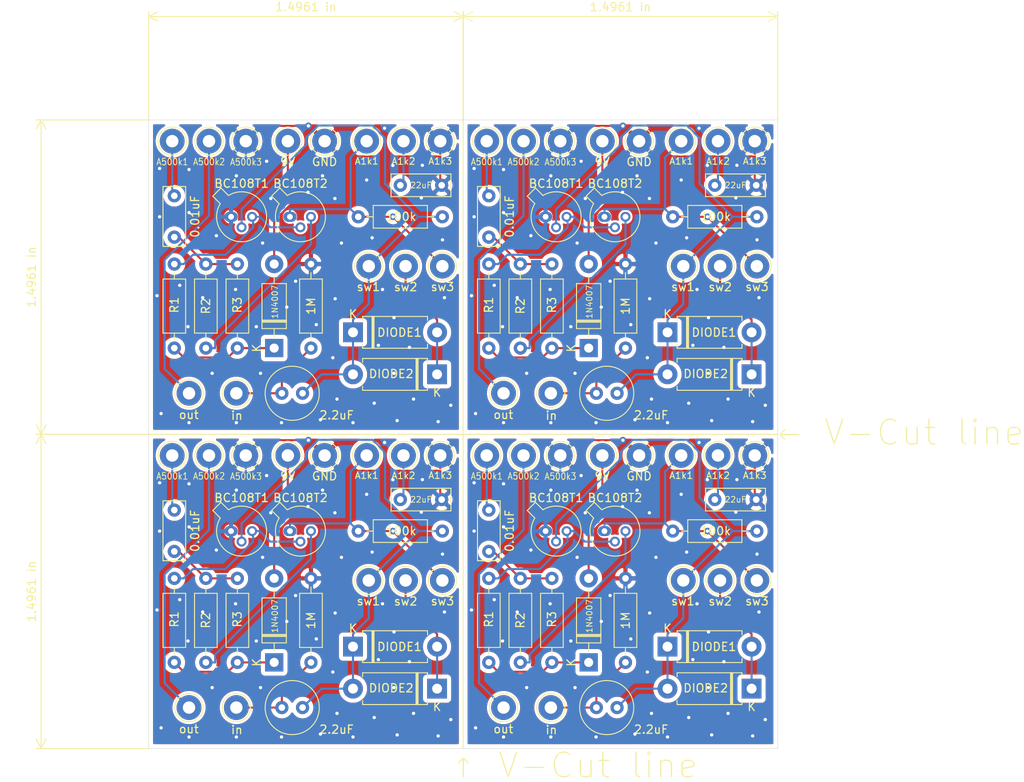
<source format=kicad_pcb>
(kicad_pcb (version 20171130) (host pcbnew "(5.1.2-1)-1")
  (layers (0 F.Cu signal) (31 B.Cu signal) (34 B.Paste user) (35 F.Paste user hide) (36 B.SilkS user hide) (37 F.SilkS user) (38 B.Mask user hide) (39 F.Mask user hide) (44 Edge.Cuts user))
  (net 0 "")
  (net 1 GND)
  (net 2 "Net-(0.01uF1-Pad1)")
  (net 3 "Net-(0.01uF1-Pad2)")
  (net 4 "Net-(100k1-Pad2)")
  (net 5 "Net-(100k1-Pad1)")
  (net 6 "Net-(1M1-Pad1)")
  (net 7 "Net-(1N4007-Pad1)")
  (net 8 "Net-(1N4007-Pad2)")
  (net 9 "Net-(22uF1-Pad1)")
  (net 10 "Net-(A500k2-Pad1)")
  (net 11 "Net-(BC108T1-Pad3)")
  (net 12 "Net-(BC108T2-Pad3)")
  (net 13 "Net-(DIODE1-Pad2)")
  (module Diode_THT:D_DO-41_SOD81_P10.16mm_Horizontal (layer F.Cu) (at 129.561 109.237 90)
    (fp_text reference 1N4007 (at 5.587 0.089 90) (layer F.SilkS) (effects (font (size 0.7 0.7) (thickness 0.1))))
    (fp_text value 1N4007)
    (fp_text user K (at 0 -2.1 90) (layer F.SilkS))
    (pad 2 thru_hole oval (at 10.16 0 90) (size 2.2 2.2) (drill 1.1) (layers *.Cu *.Mask) (net 8 "Net-(1N4007-Pad2)"))
    (pad 1 thru_hole rect (at 0 0 90) (size 2.2 2.2) (drill 1.1) (layers *.Cu *.Mask) (net 7 "Net-(1N4007-Pad1)"))
  )
  (module Diode_THT:D_DO-41_SOD81_P10.16mm_Horizontal (layer F.Cu) (at 91.561 109.237 90)
    (fp_text reference 1N4007 (at 5.587 0.089 90) (layer F.SilkS) (effects (font (size 0.7 0.7) (thickness 0.1))))
    (fp_text value 1N4007)
    (fp_text user K (at 0 -2.1 90) (layer F.SilkS))
    (pad 2 thru_hole oval (at 10.16 0 90) (size 2.2 2.2) (drill 1.1) (layers *.Cu *.Mask) (net 8 "Net-(1N4007-Pad2)"))
    (pad 1 thru_hole rect (at 0 0 90) (size 2.2 2.2) (drill 1.1) (layers *.Cu *.Mask) (net 7 "Net-(1N4007-Pad1)"))
  )
  (module Diode_THT:D_DO-41_SOD81_P10.16mm_Horizontal (layer F.Cu) (at 129.561 71.237 90)
    (fp_text reference 1N4007 (at 5.587 0.089 90) (layer F.SilkS) (effects (font (size 0.7 0.7) (thickness 0.1))))
    (fp_text value 1N4007)
    (fp_text user K (at 0 -2.1 90) (layer F.SilkS))
    (pad 2 thru_hole oval (at 10.16 0 90) (size 2.2 2.2) (drill 1.1) (layers *.Cu *.Mask) (net 8 "Net-(1N4007-Pad2)"))
    (pad 1 thru_hole rect (at 0 0 90) (size 2.2 2.2) (drill 1.1) (layers *.Cu *.Mask) (net 7 "Net-(1N4007-Pad1)"))
  )
  (module Resistor_THT:R_Axial_DIN0207_L6.3mm_D2.5mm_P10.16mm_Horizontal (layer F.Cu) (at 117.496 109.237 90)
    (fp_text reference R1 (at 5.207 0 90) (layer F.SilkS))
    (fp_text value R1)
    (pad 2 thru_hole oval (at 10.16 0 90) (size 1.6 1.6) (drill 0.8) (layers *.Cu *.Mask) (net 11 "Net-(BC108T1-Pad3)"))
    (pad 1 thru_hole circle (at 0 0 90) (size 1.6 1.6) (drill 0.8) (layers *.Cu *.Mask) (net 7 "Net-(1N4007-Pad1)"))
  )
  (module Resistor_THT:R_Axial_DIN0207_L6.3mm_D2.5mm_P10.16mm_Horizontal (layer F.Cu) (at 79.496 109.237 90)
    (fp_text reference R1 (at 5.207 0 90) (layer F.SilkS))
    (fp_text value R1)
    (pad 2 thru_hole oval (at 10.16 0 90) (size 1.6 1.6) (drill 0.8) (layers *.Cu *.Mask) (net 11 "Net-(BC108T1-Pad3)"))
    (pad 1 thru_hole circle (at 0 0 90) (size 1.6 1.6) (drill 0.8) (layers *.Cu *.Mask) (net 7 "Net-(1N4007-Pad1)"))
  )
  (module Resistor_THT:R_Axial_DIN0207_L6.3mm_D2.5mm_P10.16mm_Horizontal (layer F.Cu) (at 117.496 71.237 90)
    (fp_text reference R1 (at 5.207 0 90) (layer F.SilkS))
    (fp_text value R1)
    (pad 2 thru_hole oval (at 10.16 0 90) (size 1.6 1.6) (drill 0.8) (layers *.Cu *.Mask) (net 11 "Net-(BC108T1-Pad3)"))
    (pad 1 thru_hole circle (at 0 0 90) (size 1.6 1.6) (drill 0.8) (layers *.Cu *.Mask) (net 7 "Net-(1N4007-Pad1)"))
  )
  (module Resistor_THT:R_Axial_DIN0207_L6.3mm_D2.5mm_P10.16mm_Horizontal (layer F.Cu) (at 125.116 109.237 90)
    (fp_text reference R3 (at 5.207 0 90) (layer F.SilkS))
    (fp_text value R3)
    (pad 2 thru_hole oval (at 10.16 0 90) (size 1.6 1.6) (drill 0.8) (layers *.Cu *.Mask) (net 3 "Net-(0.01uF1-Pad2)"))
    (pad 1 thru_hole circle (at 0 0 90) (size 1.6 1.6) (drill 0.8) (layers *.Cu *.Mask) (net 7 "Net-(1N4007-Pad1)"))
  )
  (module Resistor_THT:R_Axial_DIN0207_L6.3mm_D2.5mm_P10.16mm_Horizontal (layer F.Cu) (at 87.116 109.237 90)
    (fp_text reference R3 (at 5.207 0 90) (layer F.SilkS))
    (fp_text value R3)
    (pad 2 thru_hole oval (at 10.16 0 90) (size 1.6 1.6) (drill 0.8) (layers *.Cu *.Mask) (net 3 "Net-(0.01uF1-Pad2)"))
    (pad 1 thru_hole circle (at 0 0 90) (size 1.6 1.6) (drill 0.8) (layers *.Cu *.Mask) (net 7 "Net-(1N4007-Pad1)"))
  )
  (module Resistor_THT:R_Axial_DIN0207_L6.3mm_D2.5mm_P10.16mm_Horizontal (layer F.Cu) (at 125.116 71.237 90)
    (fp_text reference R3 (at 5.207 0 90) (layer F.SilkS))
    (fp_text value R3)
    (pad 2 thru_hole oval (at 10.16 0 90) (size 1.6 1.6) (drill 0.8) (layers *.Cu *.Mask) (net 3 "Net-(0.01uF1-Pad2)"))
    (pad 1 thru_hole circle (at 0 0 90) (size 1.6 1.6) (drill 0.8) (layers *.Cu *.Mask) (net 7 "Net-(1N4007-Pad1)"))
  )
  (module Capacitor_THT:C_Rect_L7.0mm_W2.5mm_P5.00mm (layer F.Cu) (at 117.496 90.822 270)
    (fp_text reference 0.01uF (at 2.5 -2.5 90) (layer F.SilkS))
    (fp_text value 0.01uF)
    (pad 2 thru_hole circle (at 5 0 270) (size 1.6 1.6) (drill 0.8) (layers *.Cu *.Mask) (net 3 "Net-(0.01uF1-Pad2)"))
    (pad 1 thru_hole circle (at 0 0 270) (size 1.6 1.6) (drill 0.8) (layers *.Cu *.Mask) (net 2 "Net-(0.01uF1-Pad1)"))
  )
  (module Capacitor_THT:C_Rect_L7.0mm_W2.5mm_P5.00mm (layer F.Cu) (at 79.496 90.822 270)
    (fp_text reference 0.01uF (at 2.5 -2.5 90) (layer F.SilkS))
    (fp_text value 0.01uF)
    (pad 2 thru_hole circle (at 5 0 270) (size 1.6 1.6) (drill 0.8) (layers *.Cu *.Mask) (net 3 "Net-(0.01uF1-Pad2)"))
    (pad 1 thru_hole circle (at 0 0 270) (size 1.6 1.6) (drill 0.8) (layers *.Cu *.Mask) (net 2 "Net-(0.01uF1-Pad1)"))
  )
  (module Capacitor_THT:C_Rect_L7.0mm_W2.5mm_P5.00mm (layer F.Cu) (at 117.496 52.822 270)
    (fp_text reference 0.01uF (at 2.5 -2.5 90) (layer F.SilkS))
    (fp_text value 0.01uF)
    (pad 2 thru_hole circle (at 5 0 270) (size 1.6 1.6) (drill 0.8) (layers *.Cu *.Mask) (net 3 "Net-(0.01uF1-Pad2)"))
    (pad 1 thru_hole circle (at 0 0 270) (size 1.6 1.6) (drill 0.8) (layers *.Cu *.Mask) (net 2 "Net-(0.01uF1-Pad1)"))
  )
  (module TestPoint:TestPoint_Loop_D2.54mm_Drill1.5mm_Beaded (layer F.Cu) (at 124.989 114.698)
    (fp_text reference in (at 0.061 2.702) (layer F.SilkS))
    (fp_text value in)
    (pad 1 thru_hole circle (at 0 0) (size 3 3) (drill 1.5) (layers *.Cu *.Mask) (net 6 "Net-(1M1-Pad1)"))
  )
  (module TestPoint:TestPoint_Loop_D2.54mm_Drill1.5mm_Beaded (layer F.Cu) (at 86.989 114.698)
    (fp_text reference in (at 0.061 2.702) (layer F.SilkS))
    (fp_text value in)
    (pad 1 thru_hole circle (at 0 0) (size 3 3) (drill 1.5) (layers *.Cu *.Mask) (net 6 "Net-(1M1-Pad1)"))
  )
  (module TestPoint:TestPoint_Loop_D2.54mm_Drill1.5mm_Beaded (layer F.Cu) (at 124.989 76.698)
    (fp_text reference in (at 0.061 2.702) (layer F.SilkS))
    (fp_text value in)
    (pad 1 thru_hole circle (at 0 0) (size 3 3) (drill 1.5) (layers *.Cu *.Mask) (net 6 "Net-(1M1-Pad1)"))
  )
  (module TestPoint:TestPoint_Loop_D2.54mm_Drill1.5mm_Beaded (layer F.Cu) (at 119.274 114.698)
    (fp_text reference out (at -0.024 2.602) (layer F.SilkS))
    (fp_text value out)
    (pad 1 thru_hole circle (at 0 0) (size 3 3) (drill 1.5) (layers *.Cu *.Mask) (net 10 "Net-(A500k2-Pad1)"))
  )
  (module TestPoint:TestPoint_Loop_D2.54mm_Drill1.5mm_Beaded (layer F.Cu) (at 81.274 114.698)
    (fp_text reference out (at -0.024 2.602) (layer F.SilkS))
    (fp_text value out)
    (pad 1 thru_hole circle (at 0 0) (size 3 3) (drill 1.5) (layers *.Cu *.Mask) (net 10 "Net-(A500k2-Pad1)"))
  )
  (module TestPoint:TestPoint_Loop_D2.54mm_Drill1.5mm_Beaded (layer F.Cu) (at 119.274 76.698)
    (fp_text reference out (at -0.024 2.602) (layer F.SilkS))
    (fp_text value out)
    (pad 1 thru_hole circle (at 0 0) (size 3 3) (drill 1.5) (layers *.Cu *.Mask) (net 10 "Net-(A500k2-Pad1)"))
  )
  (module TestPoint:TestPoint_Loop_D2.54mm_Drill1.5mm_Beaded (layer F.Cu) (at 140.991 99.331)
    (fp_text reference sw1 (at -0.041 2.5) (layer F.SilkS))
    (fp_text value sw1)
    (pad 1 thru_hole circle (at 0 0) (size 3 3) (drill 1.5) (layers *.Cu *.Mask) (net 4 "Net-(100k1-Pad2)"))
  )
  (module TestPoint:TestPoint_Loop_D2.54mm_Drill1.5mm_Beaded (layer F.Cu) (at 102.991 99.331)
    (fp_text reference sw1 (at -0.041 2.5) (layer F.SilkS))
    (fp_text value sw1)
    (pad 1 thru_hole circle (at 0 0) (size 3 3) (drill 1.5) (layers *.Cu *.Mask) (net 4 "Net-(100k1-Pad2)"))
  )
  (module TestPoint:TestPoint_Loop_D2.54mm_Drill1.5mm_Beaded (layer F.Cu) (at 140.991 61.331)
    (fp_text reference sw1 (at -0.041 2.5) (layer F.SilkS))
    (fp_text value sw1)
    (pad 1 thru_hole circle (at 0 0) (size 3 3) (drill 1.5) (layers *.Cu *.Mask) (net 4 "Net-(100k1-Pad2)"))
  )
  (module Resistor_THT:R_Axial_DIN0207_L6.3mm_D2.5mm_P10.16mm_Horizontal (layer F.Cu) (at 121.306 99.077 270)
    (fp_text reference R2 (at 5.08 0 90) (layer F.SilkS))
    (fp_text value R2)
    (pad 1 thru_hole circle (at 0 0 270) (size 1.6 1.6) (drill 0.8) (layers *.Cu *.Mask) (net 3 "Net-(0.01uF1-Pad2)"))
    (pad 2 thru_hole oval (at 10.16 0 270) (size 1.6 1.6) (drill 0.8) (layers *.Cu *.Mask) (net 12 "Net-(BC108T2-Pad3)"))
  )
  (module Resistor_THT:R_Axial_DIN0207_L6.3mm_D2.5mm_P10.16mm_Horizontal (layer F.Cu) (at 83.306 99.077 270)
    (fp_text reference R2 (at 5.08 0 90) (layer F.SilkS))
    (fp_text value R2)
    (pad 1 thru_hole circle (at 0 0 270) (size 1.6 1.6) (drill 0.8) (layers *.Cu *.Mask) (net 3 "Net-(0.01uF1-Pad2)"))
    (pad 2 thru_hole oval (at 10.16 0 270) (size 1.6 1.6) (drill 0.8) (layers *.Cu *.Mask) (net 12 "Net-(BC108T2-Pad3)"))
  )
  (module Resistor_THT:R_Axial_DIN0207_L6.3mm_D2.5mm_P10.16mm_Horizontal (layer F.Cu) (at 121.306 61.077 270)
    (fp_text reference R2 (at 5.08 0 90) (layer F.SilkS))
    (fp_text value R2)
    (pad 1 thru_hole circle (at 0 0 270) (size 1.6 1.6) (drill 0.8) (layers *.Cu *.Mask) (net 3 "Net-(0.01uF1-Pad2)"))
    (pad 2 thru_hole oval (at 10.16 0 270) (size 1.6 1.6) (drill 0.8) (layers *.Cu *.Mask) (net 12 "Net-(BC108T2-Pad3)"))
  )
  (module TestPoint:TestPoint_Loop_D2.54mm_Drill1.5mm_Beaded (layer F.Cu) (at 131.212 84.218)
    (fp_text reference 9V (at -0.012 2.5) (layer F.SilkS))
    (fp_text value 9V)
    (pad 1 thru_hole circle (at 0 0) (size 3 3) (drill 1.5) (layers *.Cu *.Mask) (net 8 "Net-(1N4007-Pad2)"))
  )
  (module TestPoint:TestPoint_Loop_D2.54mm_Drill1.5mm_Beaded (layer F.Cu) (at 93.212 84.218)
    (fp_text reference 9V (at -0.012 2.5) (layer F.SilkS))
    (fp_text value 9V)
    (pad 1 thru_hole circle (at 0 0) (size 3 3) (drill 1.5) (layers *.Cu *.Mask) (net 8 "Net-(1N4007-Pad2)"))
  )
  (module TestPoint:TestPoint_Loop_D2.54mm_Drill1.5mm_Beaded (layer F.Cu) (at 131.212 46.218)
    (fp_text reference 9V (at -0.012 2.5) (layer F.SilkS))
    (fp_text value 9V)
    (pad 1 thru_hole circle (at 0 0) (size 3 3) (drill 1.5) (layers *.Cu *.Mask) (net 8 "Net-(1N4007-Pad2)"))
  )
  (module TestPoint:TestPoint_Loop_D2.54mm_Drill1.5mm_Beaded (layer F.Cu) (at 145.436 99.331)
    (fp_text reference sw2 (at 0.014 2.519) (layer F.SilkS))
    (fp_text value sw2)
    (pad 1 thru_hole circle (at 0 0) (size 3 3) (drill 1.5) (layers *.Cu *.Mask) (net 13 "Net-(DIODE1-Pad2)"))
  )
  (module TestPoint:TestPoint_Loop_D2.54mm_Drill1.5mm_Beaded (layer F.Cu) (at 107.436 99.331)
    (fp_text reference sw2 (at 0.014 2.519) (layer F.SilkS))
    (fp_text value sw2)
    (pad 1 thru_hole circle (at 0 0) (size 3 3) (drill 1.5) (layers *.Cu *.Mask) (net 13 "Net-(DIODE1-Pad2)"))
  )
  (module TestPoint:TestPoint_Loop_D2.54mm_Drill1.5mm_Beaded (layer F.Cu) (at 145.436 61.331)
    (fp_text reference sw2 (at 0.014 2.519) (layer F.SilkS))
    (fp_text value sw2)
    (pad 1 thru_hole circle (at 0 0) (size 3 3) (drill 1.5) (layers *.Cu *.Mask) (net 13 "Net-(DIODE1-Pad2)"))
  )
  (module TestPoint:TestPoint_Loop_D2.54mm_Drill1.5mm_Beaded (layer F.Cu) (at 140.737 84.218)
    (fp_text reference A1k1 (at 0 2.413) (layer F.SilkS) (effects (font (size 0.8 0.8) (thickness 0.12))))
    (fp_text value A1k1)
    (pad 1 thru_hole circle (at 0 0) (size 3 3) (drill 1.5) (layers *.Cu *.Mask) (net 5 "Net-(100k1-Pad1)"))
  )
  (module TestPoint:TestPoint_Loop_D2.54mm_Drill1.5mm_Beaded (layer F.Cu) (at 102.737 84.218)
    (fp_text reference A1k1 (at 0 2.413) (layer F.SilkS) (effects (font (size 0.8 0.8) (thickness 0.12))))
    (fp_text value A1k1)
    (pad 1 thru_hole circle (at 0 0) (size 3 3) (drill 1.5) (layers *.Cu *.Mask) (net 5 "Net-(100k1-Pad1)"))
  )
  (module TestPoint:TestPoint_Loop_D2.54mm_Drill1.5mm_Beaded (layer F.Cu) (at 140.737 46.218)
    (fp_text reference A1k1 (at 0 2.413) (layer F.SilkS) (effects (font (size 0.8 0.8) (thickness 0.12))))
    (fp_text value A1k1)
    (pad 1 thru_hole circle (at 0 0) (size 3 3) (drill 1.5) (layers *.Cu *.Mask) (net 5 "Net-(100k1-Pad1)"))
  )
  (module Package_TO_SOT_THT:TO-18-3 (layer F.Cu) (at 124.354 93.362)
    (fp_text reference BC108T1 (at 1.27 -4.02) (layer F.SilkS))
    (fp_text value BC108)
    (pad 3 thru_hole oval (at 2.54 0) (size 1.2 1.2) (drill 0.7) (layers B.Cu B.Mask) (net 11 "Net-(BC108T1-Pad3)"))
    (pad 2 thru_hole oval (at 1.27 1.27) (size 1.2 1.2) (drill 0.7) (layers B.Cu B.Mask) (net 4 "Net-(100k1-Pad2)"))
    (pad 1 thru_hole oval (at 0 0) (size 1.6 1.2) (drill 0.7) (layers B.Cu B.Mask) (net 1 GND))
  )
  (module Package_TO_SOT_THT:TO-18-3 (layer F.Cu) (at 86.354 93.362)
    (fp_text reference BC108T1 (at 1.27 -4.02) (layer F.SilkS))
    (fp_text value BC108)
    (pad 3 thru_hole oval (at 2.54 0) (size 1.2 1.2) (drill 0.7) (layers B.Cu B.Mask) (net 11 "Net-(BC108T1-Pad3)"))
    (pad 2 thru_hole oval (at 1.27 1.27) (size 1.2 1.2) (drill 0.7) (layers B.Cu B.Mask) (net 4 "Net-(100k1-Pad2)"))
    (pad 1 thru_hole oval (at 0 0) (size 1.6 1.2) (drill 0.7) (layers B.Cu B.Mask) (net 1 GND))
  )
  (module Package_TO_SOT_THT:TO-18-3 (layer F.Cu) (at 124.354 55.362)
    (fp_text reference BC108T1 (at 1.27 -4.02) (layer F.SilkS))
    (fp_text value BC108)
    (pad 3 thru_hole oval (at 2.54 0) (size 1.2 1.2) (drill 0.7) (layers B.Cu B.Mask) (net 11 "Net-(BC108T1-Pad3)"))
    (pad 2 thru_hole oval (at 1.27 1.27) (size 1.2 1.2) (drill 0.7) (layers B.Cu B.Mask) (net 4 "Net-(100k1-Pad2)"))
    (pad 1 thru_hole oval (at 0 0) (size 1.6 1.2) (drill 0.7) (layers B.Cu B.Mask) (net 1 GND))
  )
  (module Package_TO_SOT_THT:TO-18-3 (layer F.Cu) (at 131.466 93.362)
    (fp_text reference BC108T2 (at 1.27 -4.02) (layer F.SilkS))
    (fp_text value BC108)
    (pad 1 thru_hole oval (at 0 0) (size 1.6 1.2) (drill 0.7) (layers B.Cu B.Mask) (net 5 "Net-(100k1-Pad1)"))
    (pad 2 thru_hole oval (at 1.27 1.27) (size 1.2 1.2) (drill 0.7) (layers B.Cu B.Mask) (net 11 "Net-(BC108T1-Pad3)"))
    (pad 3 thru_hole oval (at 2.54 0) (size 1.2 1.2) (drill 0.7) (layers B.Cu B.Mask) (net 12 "Net-(BC108T2-Pad3)"))
  )
  (module Package_TO_SOT_THT:TO-18-3 (layer F.Cu) (at 93.466 93.362)
    (fp_text reference BC108T2 (at 1.27 -4.02) (layer F.SilkS))
    (fp_text value BC108)
    (pad 1 thru_hole oval (at 0 0) (size 1.6 1.2) (drill 0.7) (layers B.Cu B.Mask) (net 5 "Net-(100k1-Pad1)"))
    (pad 2 thru_hole oval (at 1.27 1.27) (size 1.2 1.2) (drill 0.7) (layers B.Cu B.Mask) (net 11 "Net-(BC108T1-Pad3)"))
    (pad 3 thru_hole oval (at 2.54 0) (size 1.2 1.2) (drill 0.7) (layers B.Cu B.Mask) (net 12 "Net-(BC108T2-Pad3)"))
  )
  (module Package_TO_SOT_THT:TO-18-3 (layer F.Cu) (at 131.466 55.362)
    (fp_text reference BC108T2 (at 1.27 -4.02) (layer F.SilkS))
    (fp_text value BC108)
    (pad 1 thru_hole oval (at 0 0) (size 1.6 1.2) (drill 0.7) (layers B.Cu B.Mask) (net 5 "Net-(100k1-Pad1)"))
    (pad 2 thru_hole oval (at 1.27 1.27) (size 1.2 1.2) (drill 0.7) (layers B.Cu B.Mask) (net 11 "Net-(BC108T1-Pad3)"))
    (pad 3 thru_hole oval (at 2.54 0) (size 1.2 1.2) (drill 0.7) (layers B.Cu B.Mask) (net 12 "Net-(BC108T2-Pad3)"))
  )
  (module TestPoint:TestPoint_Loop_D2.54mm_Drill1.5mm_Beaded (layer F.Cu) (at 149.881 99.331)
    (fp_text reference sw3 (at 0.019 2.5) (layer F.SilkS))
    (fp_text value sw3)
    (pad 1 thru_hole circle (at 0 0) (size 3 3) (drill 1.5) (layers *.Cu *.Mask) (net 5 "Net-(100k1-Pad1)"))
  )
  (module TestPoint:TestPoint_Loop_D2.54mm_Drill1.5mm_Beaded (layer F.Cu) (at 111.881 99.331)
    (fp_text reference sw3 (at 0.019 2.5) (layer F.SilkS))
    (fp_text value sw3)
    (pad 1 thru_hole circle (at 0 0) (size 3 3) (drill 1.5) (layers *.Cu *.Mask) (net 5 "Net-(100k1-Pad1)"))
  )
  (module TestPoint:TestPoint_Loop_D2.54mm_Drill1.5mm_Beaded (layer F.Cu) (at 149.881 61.331)
    (fp_text reference sw3 (at 0.019 2.5) (layer F.SilkS))
    (fp_text value sw3)
    (pad 1 thru_hole circle (at 0 0) (size 3 3) (drill 1.5) (layers *.Cu *.Mask) (net 5 "Net-(100k1-Pad1)"))
  )
  (module TestPoint:TestPoint_Loop_D2.54mm_Drill1.5mm_Beaded (layer F.Cu) (at 121.687 84.218)
    (fp_text reference A500k2 (at 0 2.5) (layer F.SilkS) (effects (font (size 0.8 0.7) (thickness 0.1))))
    (fp_text value A500k2)
    (pad 1 thru_hole circle (at 0 0) (size 3 3) (drill 1.5) (layers *.Cu *.Mask) (net 10 "Net-(A500k2-Pad1)"))
  )
  (module TestPoint:TestPoint_Loop_D2.54mm_Drill1.5mm_Beaded (layer F.Cu) (at 83.687 84.218)
    (fp_text reference A500k2 (at 0 2.5) (layer F.SilkS) (effects (font (size 0.8 0.7) (thickness 0.1))))
    (fp_text value A500k2)
    (pad 1 thru_hole circle (at 0 0) (size 3 3) (drill 1.5) (layers *.Cu *.Mask) (net 10 "Net-(A500k2-Pad1)"))
  )
  (module TestPoint:TestPoint_Loop_D2.54mm_Drill1.5mm_Beaded (layer F.Cu) (at 121.687 46.218)
    (fp_text reference A500k2 (at 0 2.5) (layer F.SilkS) (effects (font (size 0.8 0.7) (thickness 0.1))))
    (fp_text value A500k2)
    (pad 1 thru_hole circle (at 0 0) (size 3 3) (drill 1.5) (layers *.Cu *.Mask) (net 10 "Net-(A500k2-Pad1)"))
  )
  (module TestPoint:TestPoint_Loop_D2.54mm_Drill1.5mm_Beaded (layer F.Cu) (at 117.242 84.218)
    (fp_text reference A500k1 (at 0 2.5) (layer F.SilkS) (effects (font (size 0.8 0.7) (thickness 0.1))))
    (fp_text value A500k1)
    (pad 1 thru_hole circle (at 0 0) (size 3 3) (drill 1.5) (layers *.Cu *.Mask) (net 2 "Net-(0.01uF1-Pad1)"))
  )
  (module TestPoint:TestPoint_Loop_D2.54mm_Drill1.5mm_Beaded (layer F.Cu) (at 79.242 84.218)
    (fp_text reference A500k1 (at 0 2.5) (layer F.SilkS) (effects (font (size 0.8 0.7) (thickness 0.1))))
    (fp_text value A500k1)
    (pad 1 thru_hole circle (at 0 0) (size 3 3) (drill 1.5) (layers *.Cu *.Mask) (net 2 "Net-(0.01uF1-Pad1)"))
  )
  (module TestPoint:TestPoint_Loop_D2.54mm_Drill1.5mm_Beaded (layer F.Cu) (at 117.242 46.218)
    (fp_text reference A500k1 (at 0 2.5) (layer F.SilkS) (effects (font (size 0.8 0.7) (thickness 0.1))))
    (fp_text value A500k1)
    (pad 1 thru_hole circle (at 0 0) (size 3 3) (drill 1.5) (layers *.Cu *.Mask) (net 2 "Net-(0.01uF1-Pad1)"))
  )
  (module Diode_THT:D_DO-15_P10.16mm_Horizontal (layer F.Cu) (at 139.086 107.332)
    (fp_text reference DIODE1 (at 5.614 0.018) (layer F.SilkS))
    (fp_text value DIODE)
    (fp_text user K (at 0 -2.2) (layer F.SilkS))
    (pad 2 thru_hole oval (at 10.16 0) (size 2.4 2.4) (drill 1.2) (layers *.Cu *.Mask) (net 13 "Net-(DIODE1-Pad2)"))
    (pad 1 thru_hole rect (at 0 0) (size 2.4 2.4) (drill 1.2) (layers *.Cu *.Mask) (net 4 "Net-(100k1-Pad2)"))
  )
  (module Diode_THT:D_DO-15_P10.16mm_Horizontal (layer F.Cu) (at 101.086 107.332)
    (fp_text reference DIODE1 (at 5.614 0.018) (layer F.SilkS))
    (fp_text value DIODE)
    (fp_text user K (at 0 -2.2) (layer F.SilkS))
    (pad 2 thru_hole oval (at 10.16 0) (size 2.4 2.4) (drill 1.2) (layers *.Cu *.Mask) (net 13 "Net-(DIODE1-Pad2)"))
    (pad 1 thru_hole rect (at 0 0) (size 2.4 2.4) (drill 1.2) (layers *.Cu *.Mask) (net 4 "Net-(100k1-Pad2)"))
  )
  (module Diode_THT:D_DO-15_P10.16mm_Horizontal (layer F.Cu) (at 139.086 69.332)
    (fp_text reference DIODE1 (at 5.614 0.018) (layer F.SilkS))
    (fp_text value DIODE)
    (fp_text user K (at 0 -2.2) (layer F.SilkS))
    (pad 2 thru_hole oval (at 10.16 0) (size 2.4 2.4) (drill 1.2) (layers *.Cu *.Mask) (net 13 "Net-(DIODE1-Pad2)"))
    (pad 1 thru_hole rect (at 0 0) (size 2.4 2.4) (drill 1.2) (layers *.Cu *.Mask) (net 4 "Net-(100k1-Pad2)"))
  )
  (module TestPoint:TestPoint_Loop_D2.54mm_Drill1.5mm_Beaded (layer F.Cu) (at 126.132 84.218)
    (fp_text reference A500k3 (at 0.018 2.532) (layer F.SilkS) (effects (font (size 0.8 0.7) (thickness 0.1))))
    (fp_text value A500k3)
    (pad 1 thru_hole circle (at 0 0) (size 3 3) (drill 1.5) (layers *.Cu *.Mask) (net 1 GND))
  )
  (module TestPoint:TestPoint_Loop_D2.54mm_Drill1.5mm_Beaded (layer F.Cu) (at 88.132 84.218)
    (fp_text reference A500k3 (at 0.018 2.532) (layer F.SilkS) (effects (font (size 0.8 0.7) (thickness 0.1))))
    (fp_text value A500k3)
    (pad 1 thru_hole circle (at 0 0) (size 3 3) (drill 1.5) (layers *.Cu *.Mask) (net 1 GND))
  )
  (module TestPoint:TestPoint_Loop_D2.54mm_Drill1.5mm_Beaded (layer F.Cu) (at 126.132 46.218)
    (fp_text reference A500k3 (at 0.018 2.532) (layer F.SilkS) (effects (font (size 0.8 0.7) (thickness 0.1))))
    (fp_text value A500k3)
    (pad 1 thru_hole circle (at 0 0) (size 3 3) (drill 1.5) (layers *.Cu *.Mask) (net 1 GND))
  )
  (module TestPoint:TestPoint_Loop_D2.54mm_Drill1.5mm_Beaded (layer F.Cu) (at 149.627 84.218)
    (fp_text reference A1k3 (at 0 2.413) (layer F.SilkS) (effects (font (size 0.8 0.8) (thickness 0.12))))
    (fp_text value A1k3)
    (pad 1 thru_hole circle (at 0 0) (size 3 3) (drill 1.5) (layers *.Cu *.Mask) (net 1 GND))
  )
  (module TestPoint:TestPoint_Loop_D2.54mm_Drill1.5mm_Beaded (layer F.Cu) (at 111.627 84.218)
    (fp_text reference A1k3 (at 0 2.413) (layer F.SilkS) (effects (font (size 0.8 0.8) (thickness 0.12))))
    (fp_text value A1k3)
    (pad 1 thru_hole circle (at 0 0) (size 3 3) (drill 1.5) (layers *.Cu *.Mask) (net 1 GND))
  )
  (module TestPoint:TestPoint_Loop_D2.54mm_Drill1.5mm_Beaded (layer F.Cu) (at 149.627 46.218)
    (fp_text reference A1k3 (at 0 2.413) (layer F.SilkS) (effects (font (size 0.8 0.8) (thickness 0.12))))
    (fp_text value A1k3)
    (pad 1 thru_hole circle (at 0 0) (size 3 3) (drill 1.5) (layers *.Cu *.Mask) (net 1 GND))
  )
  (module TestPoint:TestPoint_Loop_D2.54mm_Drill1.5mm_Beaded (layer F.Cu) (at 145.182 84.218)
    (fp_text reference A1k2 (at 0 2.432) (layer F.SilkS) (effects (font (size 0.8 0.8) (thickness 0.12))))
    (fp_text value A1k2)
    (pad 1 thru_hole circle (at 0 0) (size 3 3) (drill 1.5) (layers *.Cu *.Mask) (net 9 "Net-(22uF1-Pad1)"))
  )
  (module TestPoint:TestPoint_Loop_D2.54mm_Drill1.5mm_Beaded (layer F.Cu) (at 107.182 84.218)
    (fp_text reference A1k2 (at 0 2.432) (layer F.SilkS) (effects (font (size 0.8 0.8) (thickness 0.12))))
    (fp_text value A1k2)
    (pad 1 thru_hole circle (at 0 0) (size 3 3) (drill 1.5) (layers *.Cu *.Mask) (net 9 "Net-(22uF1-Pad1)"))
  )
  (module TestPoint:TestPoint_Loop_D2.54mm_Drill1.5mm_Beaded (layer F.Cu) (at 145.182 46.218)
    (fp_text reference A1k2 (at 0 2.432) (layer F.SilkS) (effects (font (size 0.8 0.8) (thickness 0.12))))
    (fp_text value A1k2)
    (pad 1 thru_hole circle (at 0 0) (size 3 3) (drill 1.5) (layers *.Cu *.Mask) (net 9 "Net-(22uF1-Pad1)"))
  )
  (module TestPoint:TestPoint_Loop_D2.54mm_Drill1.5mm_Beaded (layer F.Cu) (at 135.657 84.218)
    (fp_text reference GND (at -0.007 2.5) (layer F.SilkS))
    (fp_text value GND)
    (pad 1 thru_hole circle (at 0 0) (size 3 3) (drill 1.5) (layers *.Cu *.Mask) (net 1 GND))
  )
  (module TestPoint:TestPoint_Loop_D2.54mm_Drill1.5mm_Beaded (layer F.Cu) (at 97.657 84.218)
    (fp_text reference GND (at -0.007 2.5) (layer F.SilkS))
    (fp_text value GND)
    (pad 1 thru_hole circle (at 0 0) (size 3 3) (drill 1.5) (layers *.Cu *.Mask) (net 1 GND))
  )
  (module TestPoint:TestPoint_Loop_D2.54mm_Drill1.5mm_Beaded (layer F.Cu) (at 135.657 46.218)
    (fp_text reference GND (at -0.007 2.5) (layer F.SilkS))
    (fp_text value GND)
    (pad 1 thru_hole circle (at 0 0) (size 3 3) (drill 1.5) (layers *.Cu *.Mask) (net 1 GND))
  )
  (module Diode_THT:D_DO-15_P10.16mm_Horizontal (layer F.Cu) (at 149.246 112.412 180)
    (fp_text reference DIODE2 (at 5.546 0.062) (layer F.SilkS))
    (fp_text value DIODE)
    (fp_text user K (at 0 -2.2) (layer F.SilkS))
    (pad 1 thru_hole rect (at 0 0 180) (size 2.4 2.4) (drill 1.2) (layers *.Cu *.Mask) (net 13 "Net-(DIODE1-Pad2)"))
    (pad 2 thru_hole oval (at 10.16 0 180) (size 2.4 2.4) (drill 1.2) (layers *.Cu *.Mask) (net 4 "Net-(100k1-Pad2)"))
  )
  (module Diode_THT:D_DO-15_P10.16mm_Horizontal (layer F.Cu) (at 111.246 112.412 180)
    (fp_text reference DIODE2 (at 5.546 0.062) (layer F.SilkS))
    (fp_text value DIODE)
    (fp_text user K (at 0 -2.2) (layer F.SilkS))
    (pad 1 thru_hole rect (at 0 0 180) (size 2.4 2.4) (drill 1.2) (layers *.Cu *.Mask) (net 13 "Net-(DIODE1-Pad2)"))
    (pad 2 thru_hole oval (at 10.16 0 180) (size 2.4 2.4) (drill 1.2) (layers *.Cu *.Mask) (net 4 "Net-(100k1-Pad2)"))
  )
  (module Diode_THT:D_DO-15_P10.16mm_Horizontal (layer F.Cu) (at 149.246 74.412 180)
    (fp_text reference DIODE2 (at 5.546 0.062) (layer F.SilkS))
    (fp_text value DIODE)
    (fp_text user K (at 0 -2.2) (layer F.SilkS))
    (pad 1 thru_hole rect (at 0 0 180) (size 2.4 2.4) (drill 1.2) (layers *.Cu *.Mask) (net 13 "Net-(DIODE1-Pad2)"))
    (pad 2 thru_hole oval (at 10.16 0 180) (size 2.4 2.4) (drill 1.2) (layers *.Cu *.Mask) (net 4 "Net-(100k1-Pad2)"))
  )
  (module Capacitor_THT:C_Radial_D6.3mm_H5.0mm_P2.50mm (layer F.Cu) (at 132.99 114.698 180)
    (fp_text reference 2.2uF (at -4.11 -2.652) (layer F.SilkS))
    (fp_text value 2.2uF)
    (pad 2 thru_hole circle (at 2.5 0 180) (size 1.6 1.6) (drill 0.8) (layers *.Cu *.Mask) (net 6 "Net-(1M1-Pad1)"))
    (pad 1 thru_hole circle (at 0 0 180) (size 1.6 1.6) (drill 0.8) (layers *.Cu *.Mask) (net 4 "Net-(100k1-Pad2)"))
  )
  (module Capacitor_THT:C_Radial_D6.3mm_H5.0mm_P2.50mm (layer F.Cu) (at 94.99 114.698 180)
    (fp_text reference 2.2uF (at -4.11 -2.652) (layer F.SilkS))
    (fp_text value 2.2uF)
    (pad 2 thru_hole circle (at 2.5 0 180) (size 1.6 1.6) (drill 0.8) (layers *.Cu *.Mask) (net 6 "Net-(1M1-Pad1)"))
    (pad 1 thru_hole circle (at 0 0 180) (size 1.6 1.6) (drill 0.8) (layers *.Cu *.Mask) (net 4 "Net-(100k1-Pad2)"))
  )
  (module Capacitor_THT:C_Radial_D6.3mm_H5.0mm_P2.50mm (layer F.Cu) (at 132.99 76.698 180)
    (fp_text reference 2.2uF (at -4.11 -2.652) (layer F.SilkS))
    (fp_text value 2.2uF)
    (pad 2 thru_hole circle (at 2.5 0 180) (size 1.6 1.6) (drill 0.8) (layers *.Cu *.Mask) (net 6 "Net-(1M1-Pad1)"))
    (pad 1 thru_hole circle (at 0 0 180) (size 1.6 1.6) (drill 0.8) (layers *.Cu *.Mask) (net 4 "Net-(100k1-Pad2)"))
  )
  (module Resistor_THT:R_Axial_DIN0207_L6.3mm_D2.5mm_P10.16mm_Horizontal (layer F.Cu) (at 139.721 93.362)
    (fp_text reference 100k (at 5.179 -0.012) (layer F.SilkS))
    (fp_text value 100k)
    (pad 1 thru_hole circle (at 0 0) (size 1.6 1.6) (drill 0.8) (layers *.Cu *.Mask) (net 5 "Net-(100k1-Pad1)"))
    (pad 2 thru_hole oval (at 10.16 0) (size 1.6 1.6) (drill 0.8) (layers *.Cu *.Mask) (net 4 "Net-(100k1-Pad2)"))
  )
  (module Resistor_THT:R_Axial_DIN0207_L6.3mm_D2.5mm_P10.16mm_Horizontal (layer F.Cu) (at 101.721 93.362)
    (fp_text reference 100k (at 5.179 -0.012) (layer F.SilkS))
    (fp_text value 100k)
    (pad 1 thru_hole circle (at 0 0) (size 1.6 1.6) (drill 0.8) (layers *.Cu *.Mask) (net 5 "Net-(100k1-Pad1)"))
    (pad 2 thru_hole oval (at 10.16 0) (size 1.6 1.6) (drill 0.8) (layers *.Cu *.Mask) (net 4 "Net-(100k1-Pad2)"))
  )
  (module Resistor_THT:R_Axial_DIN0207_L6.3mm_D2.5mm_P10.16mm_Horizontal (layer F.Cu) (at 139.721 55.362)
    (fp_text reference 100k (at 5.179 -0.012) (layer F.SilkS))
    (fp_text value 100k)
    (pad 1 thru_hole circle (at 0 0) (size 1.6 1.6) (drill 0.8) (layers *.Cu *.Mask) (net 5 "Net-(100k1-Pad1)"))
    (pad 2 thru_hole oval (at 10.16 0) (size 1.6 1.6) (drill 0.8) (layers *.Cu *.Mask) (net 4 "Net-(100k1-Pad2)"))
  )
  (module Capacitor_THT:C_Rect_L7.0mm_W2.5mm_P5.00mm (layer F.Cu) (at 144.801 89.552)
    (fp_text reference 22uF (at 2.499 -0.002) (layer F.SilkS) (effects (font (size 0.7 0.7) (thickness 0.1))))
    (fp_text value 22uF)
    (pad 1 thru_hole circle (at 0 0) (size 1.6 1.6) (drill 0.8) (layers *.Cu *.Mask) (net 9 "Net-(22uF1-Pad1)"))
    (pad 2 thru_hole circle (at 5 0) (size 1.6 1.6) (drill 0.8) (layers *.Cu *.Mask) (net 1 GND))
  )
  (module Capacitor_THT:C_Rect_L7.0mm_W2.5mm_P5.00mm (layer F.Cu) (at 106.801 89.552)
    (fp_text reference 22uF (at 2.499 -0.002) (layer F.SilkS) (effects (font (size 0.7 0.7) (thickness 0.1))))
    (fp_text value 22uF)
    (pad 1 thru_hole circle (at 0 0) (size 1.6 1.6) (drill 0.8) (layers *.Cu *.Mask) (net 9 "Net-(22uF1-Pad1)"))
    (pad 2 thru_hole circle (at 5 0) (size 1.6 1.6) (drill 0.8) (layers *.Cu *.Mask) (net 1 GND))
  )
  (module Capacitor_THT:C_Rect_L7.0mm_W2.5mm_P5.00mm (layer F.Cu) (at 144.801 51.552)
    (fp_text reference 22uF (at 2.499 -0.002) (layer F.SilkS) (effects (font (size 0.7 0.7) (thickness 0.1))))
    (fp_text value 22uF)
    (pad 1 thru_hole circle (at 0 0) (size 1.6 1.6) (drill 0.8) (layers *.Cu *.Mask) (net 9 "Net-(22uF1-Pad1)"))
    (pad 2 thru_hole circle (at 5 0) (size 1.6 1.6) (drill 0.8) (layers *.Cu *.Mask) (net 1 GND))
  )
  (module Resistor_THT:R_Axial_DIN0207_L6.3mm_D2.5mm_P10.16mm_Horizontal (layer F.Cu) (at 134.006 109.237 90)
    (fp_text reference 1M (at 5.08 0 90) (layer F.SilkS))
    (fp_text value 1M)
    (pad 2 thru_hole oval (at 10.16 0 90) (size 1.6 1.6) (drill 0.8) (layers *.Cu *.Mask) (net 1 GND))
    (pad 1 thru_hole circle (at 0 0 90) (size 1.6 1.6) (drill 0.8) (layers *.Cu *.Mask) (net 6 "Net-(1M1-Pad1)"))
  )
  (module Resistor_THT:R_Axial_DIN0207_L6.3mm_D2.5mm_P10.16mm_Horizontal (layer F.Cu) (at 96.006 109.237 90)
    (fp_text reference 1M (at 5.08 0 90) (layer F.SilkS))
    (fp_text value 1M)
    (pad 2 thru_hole oval (at 10.16 0 90) (size 1.6 1.6) (drill 0.8) (layers *.Cu *.Mask) (net 1 GND))
    (pad 1 thru_hole circle (at 0 0 90) (size 1.6 1.6) (drill 0.8) (layers *.Cu *.Mask) (net 6 "Net-(1M1-Pad1)"))
  )
  (module Resistor_THT:R_Axial_DIN0207_L6.3mm_D2.5mm_P10.16mm_Horizontal (layer F.Cu) (at 134.006 71.237 90)
    (fp_text reference 1M (at 5.08 0 90) (layer F.SilkS))
    (fp_text value 1M)
    (pad 2 thru_hole oval (at 10.16 0 90) (size 1.6 1.6) (drill 0.8) (layers *.Cu *.Mask) (net 1 GND))
    (pad 1 thru_hole circle (at 0 0 90) (size 1.6 1.6) (drill 0.8) (layers *.Cu *.Mask) (net 6 "Net-(1M1-Pad1)"))
  )
  (module Package_TO_SOT_THT:TO-18-3 (layer F.Cu) (at 86.354 55.362)
    (fp_text reference BC108T1 (at 1.27 -4.02) (layer F.SilkS))
    (fp_text value BC108)
    (pad 1 thru_hole oval (at 0 0) (size 1.6 1.2) (drill 0.7) (layers B.Cu B.Mask) (net 1 GND))
    (pad 2 thru_hole oval (at 1.27 1.27) (size 1.2 1.2) (drill 0.7) (layers B.Cu B.Mask) (net 4 "Net-(100k1-Pad2)"))
    (pad 3 thru_hole oval (at 2.54 0) (size 1.2 1.2) (drill 0.7) (layers B.Cu B.Mask) (net 11 "Net-(BC108T1-Pad3)"))
  )
  (module Capacitor_THT:C_Rect_L7.0mm_W2.5mm_P5.00mm (layer F.Cu) (at 79.496 52.822 270)
    (fp_text reference 0.01uF (at 2.5 -2.5 90) (layer F.SilkS))
    (fp_text value 0.01uF)
    (pad 1 thru_hole circle (at 0 0 270) (size 1.6 1.6) (drill 0.8) (layers *.Cu *.Mask) (net 2 "Net-(0.01uF1-Pad1)"))
    (pad 2 thru_hole circle (at 5 0 270) (size 1.6 1.6) (drill 0.8) (layers *.Cu *.Mask) (net 3 "Net-(0.01uF1-Pad2)"))
  )
  (module Resistor_THT:R_Axial_DIN0207_L6.3mm_D2.5mm_P10.16mm_Horizontal (layer F.Cu) (at 101.721 55.362)
    (fp_text reference 100k (at 5.179 -0.012) (layer F.SilkS))
    (fp_text value 100k)
    (pad 2 thru_hole oval (at 10.16 0) (size 1.6 1.6) (drill 0.8) (layers *.Cu *.Mask) (net 4 "Net-(100k1-Pad2)"))
    (pad 1 thru_hole circle (at 0 0) (size 1.6 1.6) (drill 0.8) (layers *.Cu *.Mask) (net 5 "Net-(100k1-Pad1)"))
  )
  (module Resistor_THT:R_Axial_DIN0207_L6.3mm_D2.5mm_P10.16mm_Horizontal (layer F.Cu) (at 96.006 71.237 90)
    (fp_text reference 1M (at 5.08 0 90) (layer F.SilkS))
    (fp_text value 1M)
    (pad 1 thru_hole circle (at 0 0 90) (size 1.6 1.6) (drill 0.8) (layers *.Cu *.Mask) (net 6 "Net-(1M1-Pad1)"))
    (pad 2 thru_hole oval (at 10.16 0 90) (size 1.6 1.6) (drill 0.8) (layers *.Cu *.Mask) (net 1 GND))
  )
  (module Diode_THT:D_DO-41_SOD81_P10.16mm_Horizontal (layer F.Cu) (at 91.561 71.237 90)
    (fp_text reference 1N4007 (at 5.587 0.089 90) (layer F.SilkS) (effects (font (size 0.7 0.7) (thickness 0.1))))
    (fp_text value 1N4007)
    (fp_text user K (at 0 -2.1 90) (layer F.SilkS))
    (pad 1 thru_hole rect (at 0 0 90) (size 2.2 2.2) (drill 1.1) (layers *.Cu *.Mask) (net 7 "Net-(1N4007-Pad1)"))
    (pad 2 thru_hole oval (at 10.16 0 90) (size 2.2 2.2) (drill 1.1) (layers *.Cu *.Mask) (net 8 "Net-(1N4007-Pad2)"))
  )
  (module Capacitor_THT:C_Radial_D6.3mm_H5.0mm_P2.50mm (layer F.Cu) (at 94.99 76.698 180)
    (fp_text reference 2.2uF (at -4.11 -2.652) (layer F.SilkS))
    (fp_text value 2.2uF)
    (pad 1 thru_hole circle (at 0 0 180) (size 1.6 1.6) (drill 0.8) (layers *.Cu *.Mask) (net 4 "Net-(100k1-Pad2)"))
    (pad 2 thru_hole circle (at 2.5 0 180) (size 1.6 1.6) (drill 0.8) (layers *.Cu *.Mask) (net 6 "Net-(1M1-Pad1)"))
  )
  (module Capacitor_THT:C_Rect_L7.0mm_W2.5mm_P5.00mm (layer F.Cu) (at 106.801 51.552)
    (fp_text reference 22uF (at 2.499 -0.002) (layer F.SilkS) (effects (font (size 0.7 0.7) (thickness 0.1))))
    (fp_text value 22uF)
    (pad 2 thru_hole circle (at 5 0) (size 1.6 1.6) (drill 0.8) (layers *.Cu *.Mask) (net 1 GND))
    (pad 1 thru_hole circle (at 0 0) (size 1.6 1.6) (drill 0.8) (layers *.Cu *.Mask) (net 9 "Net-(22uF1-Pad1)"))
  )
  (module TestPoint:TestPoint_Loop_D2.54mm_Drill1.5mm_Beaded (layer F.Cu) (at 93.212 46.218)
    (fp_text reference 9V (at -0.012 2.5) (layer F.SilkS))
    (fp_text value 9V)
    (pad 1 thru_hole circle (at 0 0) (size 3 3) (drill 1.5) (layers *.Cu *.Mask) (net 8 "Net-(1N4007-Pad2)"))
  )
  (module TestPoint:TestPoint_Loop_D2.54mm_Drill1.5mm_Beaded (layer F.Cu) (at 102.737 46.218)
    (fp_text reference A1k1 (at 0 2.413) (layer F.SilkS) (effects (font (size 0.8 0.8) (thickness 0.12))))
    (fp_text value A1k1)
    (pad 1 thru_hole circle (at 0 0) (size 3 3) (drill 1.5) (layers *.Cu *.Mask) (net 5 "Net-(100k1-Pad1)"))
  )
  (module TestPoint:TestPoint_Loop_D2.54mm_Drill1.5mm_Beaded (layer F.Cu) (at 107.182 46.218)
    (fp_text reference A1k2 (at 0 2.432) (layer F.SilkS) (effects (font (size 0.8 0.8) (thickness 0.12))))
    (fp_text value A1k2)
    (pad 1 thru_hole circle (at 0 0) (size 3 3) (drill 1.5) (layers *.Cu *.Mask) (net 9 "Net-(22uF1-Pad1)"))
  )
  (module TestPoint:TestPoint_Loop_D2.54mm_Drill1.5mm_Beaded (layer F.Cu) (at 111.627 46.218)
    (fp_text reference A1k3 (at 0 2.413) (layer F.SilkS) (effects (font (size 0.8 0.8) (thickness 0.12))))
    (fp_text value A1k3)
    (pad 1 thru_hole circle (at 0 0) (size 3 3) (drill 1.5) (layers *.Cu *.Mask) (net 1 GND))
  )
  (module TestPoint:TestPoint_Loop_D2.54mm_Drill1.5mm_Beaded (layer F.Cu) (at 79.242 46.218)
    (fp_text reference A500k1 (at 0 2.5) (layer F.SilkS) (effects (font (size 0.8 0.7) (thickness 0.1))))
    (fp_text value A500k1)
    (pad 1 thru_hole circle (at 0 0) (size 3 3) (drill 1.5) (layers *.Cu *.Mask) (net 2 "Net-(0.01uF1-Pad1)"))
  )
  (module TestPoint:TestPoint_Loop_D2.54mm_Drill1.5mm_Beaded (layer F.Cu) (at 83.687 46.218)
    (fp_text reference A500k2 (at 0 2.5) (layer F.SilkS) (effects (font (size 0.8 0.7) (thickness 0.1))))
    (fp_text value A500k2)
    (pad 1 thru_hole circle (at 0 0) (size 3 3) (drill 1.5) (layers *.Cu *.Mask) (net 10 "Net-(A500k2-Pad1)"))
  )
  (module TestPoint:TestPoint_Loop_D2.54mm_Drill1.5mm_Beaded (layer F.Cu) (at 88.132 46.218)
    (fp_text reference A500k3 (at 0.018 2.532) (layer F.SilkS) (effects (font (size 0.8 0.7) (thickness 0.1))))
    (fp_text value A500k3)
    (pad 1 thru_hole circle (at 0 0) (size 3 3) (drill 1.5) (layers *.Cu *.Mask) (net 1 GND))
  )
  (module Package_TO_SOT_THT:TO-18-3 (layer F.Cu) (at 93.466 55.362)
    (fp_text reference BC108T2 (at 1.27 -4.02) (layer F.SilkS))
    (fp_text value BC108)
    (pad 3 thru_hole oval (at 2.54 0) (size 1.2 1.2) (drill 0.7) (layers B.Cu B.Mask) (net 12 "Net-(BC108T2-Pad3)"))
    (pad 2 thru_hole oval (at 1.27 1.27) (size 1.2 1.2) (drill 0.7) (layers B.Cu B.Mask) (net 11 "Net-(BC108T1-Pad3)"))
    (pad 1 thru_hole oval (at 0 0) (size 1.6 1.2) (drill 0.7) (layers B.Cu B.Mask) (net 5 "Net-(100k1-Pad1)"))
  )
  (module Diode_THT:D_DO-15_P10.16mm_Horizontal (layer F.Cu) (at 101.086 69.332)
    (fp_text reference DIODE1 (at 5.614 0.018) (layer F.SilkS))
    (fp_text value DIODE)
    (fp_text user K (at 0 -2.2) (layer F.SilkS))
    (pad 1 thru_hole rect (at 0 0) (size 2.4 2.4) (drill 1.2) (layers *.Cu *.Mask) (net 4 "Net-(100k1-Pad2)"))
    (pad 2 thru_hole oval (at 10.16 0) (size 2.4 2.4) (drill 1.2) (layers *.Cu *.Mask) (net 13 "Net-(DIODE1-Pad2)"))
  )
  (module Diode_THT:D_DO-15_P10.16mm_Horizontal (layer F.Cu) (at 111.246 74.412 180)
    (fp_text reference DIODE2 (at 5.546 0.062) (layer F.SilkS))
    (fp_text value DIODE)
    (fp_text user K (at 0 -2.2) (layer F.SilkS))
    (pad 2 thru_hole oval (at 10.16 0 180) (size 2.4 2.4) (drill 1.2) (layers *.Cu *.Mask) (net 4 "Net-(100k1-Pad2)"))
    (pad 1 thru_hole rect (at 0 0 180) (size 2.4 2.4) (drill 1.2) (layers *.Cu *.Mask) (net 13 "Net-(DIODE1-Pad2)"))
  )
  (module TestPoint:TestPoint_Loop_D2.54mm_Drill1.5mm_Beaded (layer F.Cu) (at 97.657 46.218)
    (fp_text reference GND (at -0.007 2.5) (layer F.SilkS))
    (fp_text value GND)
    (pad 1 thru_hole circle (at 0 0) (size 3 3) (drill 1.5) (layers *.Cu *.Mask) (net 1 GND))
  )
  (module TestPoint:TestPoint_Loop_D2.54mm_Drill1.5mm_Beaded (layer F.Cu) (at 86.989 76.698)
    (fp_text reference in (at 0.061 2.702) (layer F.SilkS))
    (fp_text value in)
    (pad 1 thru_hole circle (at 0 0) (size 3 3) (drill 1.5) (layers *.Cu *.Mask) (net 6 "Net-(1M1-Pad1)"))
  )
  (module TestPoint:TestPoint_Loop_D2.54mm_Drill1.5mm_Beaded (layer F.Cu) (at 81.274 76.698)
    (fp_text reference out (at -0.024 2.602) (layer F.SilkS))
    (fp_text value out)
    (pad 1 thru_hole circle (at 0 0) (size 3 3) (drill 1.5) (layers *.Cu *.Mask) (net 10 "Net-(A500k2-Pad1)"))
  )
  (module Resistor_THT:R_Axial_DIN0207_L6.3mm_D2.5mm_P10.16mm_Horizontal (layer F.Cu) (at 79.496 71.237 90)
    (fp_text reference R1 (at 5.207 0 90) (layer F.SilkS))
    (fp_text value R1)
    (pad 1 thru_hole circle (at 0 0 90) (size 1.6 1.6) (drill 0.8) (layers *.Cu *.Mask) (net 7 "Net-(1N4007-Pad1)"))
    (pad 2 thru_hole oval (at 10.16 0 90) (size 1.6 1.6) (drill 0.8) (layers *.Cu *.Mask) (net 11 "Net-(BC108T1-Pad3)"))
  )
  (module Resistor_THT:R_Axial_DIN0207_L6.3mm_D2.5mm_P10.16mm_Horizontal (layer F.Cu) (at 83.306 61.077 270)
    (fp_text reference R2 (at 5.08 0 90) (layer F.SilkS))
    (fp_text value R2)
    (pad 2 thru_hole oval (at 10.16 0 270) (size 1.6 1.6) (drill 0.8) (layers *.Cu *.Mask) (net 12 "Net-(BC108T2-Pad3)"))
    (pad 1 thru_hole circle (at 0 0 270) (size 1.6 1.6) (drill 0.8) (layers *.Cu *.Mask) (net 3 "Net-(0.01uF1-Pad2)"))
  )
  (module Resistor_THT:R_Axial_DIN0207_L6.3mm_D2.5mm_P10.16mm_Horizontal (layer F.Cu) (at 87.116 71.237 90)
    (fp_text reference R3 (at 5.207 0 90) (layer F.SilkS))
    (fp_text value R3)
    (pad 1 thru_hole circle (at 0 0 90) (size 1.6 1.6) (drill 0.8) (layers *.Cu *.Mask) (net 7 "Net-(1N4007-Pad1)"))
    (pad 2 thru_hole oval (at 10.16 0 90) (size 1.6 1.6) (drill 0.8) (layers *.Cu *.Mask) (net 3 "Net-(0.01uF1-Pad2)"))
  )
  (module TestPoint:TestPoint_Loop_D2.54mm_Drill1.5mm_Beaded (layer F.Cu) (at 102.991 61.331)
    (fp_text reference sw1 (at -0.041 2.5) (layer F.SilkS))
    (fp_text value sw1)
    (pad 1 thru_hole circle (at 0 0) (size 3 3) (drill 1.5) (layers *.Cu *.Mask) (net 4 "Net-(100k1-Pad2)"))
  )
  (module TestPoint:TestPoint_Loop_D2.54mm_Drill1.5mm_Beaded (layer F.Cu) (at 107.436 61.331)
    (fp_text reference sw2 (at 0.014 2.519) (layer F.SilkS))
    (fp_text value sw2)
    (pad 1 thru_hole circle (at 0 0) (size 3 3) (drill 1.5) (layers *.Cu *.Mask) (net 13 "Net-(DIODE1-Pad2)"))
  )
  (module TestPoint:TestPoint_Loop_D2.54mm_Drill1.5mm_Beaded (layer F.Cu) (at 111.881 61.331)
    (fp_text reference sw3 (at 0.019 2.5) (layer F.SilkS))
    (fp_text value sw3)
    (pad 1 thru_hole circle (at 0 0) (size 3 3) (drill 1.5) (layers *.Cu *.Mask) (net 5 "Net-(100k1-Pad1)"))
  )
  (gr_text "← V-Cut line" (at 167.1 81.45) (layer F.SilkS) (effects (font (size 3 3))))
  (gr_text "↑ V-Cut line\n" (at 127.7 121.7) (layer F.SilkS) (effects (font (size 3 3))))
  (gr_line (start 76.4 81.65) (end 152.4 81.65) (layer F.SilkS) (width 0.12))
  (gr_line (start 114.4 43.65) (end 114.4 119.65) (layer F.SilkS) (width 0.12))
  (gr_line (start 152.4 119.65) (end 152.4 43.65) (layer Edge.Cuts) (width 0.05))
  (gr_line (start 76.4 119.65) (end 152.4 119.65) (layer Edge.Cuts) (width 0.05))
  (gr_line (start 76.4 43.65) (end 76.4 119.65) (layer Edge.Cuts) (width 0.05))
  (gr_line (start 152.4 43.65) (end 76.4 43.65) (layer Edge.Cuts) (width 0.05))
  (dimension 38 (width 0.12) (layer F.SilkS) (gr_text "38.000 mm" (at 62.13 100.65 270) (layer F.SilkS) (effects (font (size 1 1) (thickness 0.15)))) (feature1 (pts (xy 76.4 119.65) (xy 62.813579 119.65))) (feature2 (pts (xy 76.4 81.65) (xy 62.813579 81.65))) (crossbar (pts (xy 63.4 81.65) (xy 63.4 119.65))) (arrow1a (pts (xy 63.4 119.65) (xy 62.813579 118.523496))) (arrow1b (pts (xy 63.4 119.65) (xy 63.986421 118.523496))) (arrow2a (pts (xy 63.4 81.65) (xy 62.813579 82.776504))) (arrow2b (pts (xy 63.4 81.65) (xy 63.986421 82.776504))))
  (dimension 38 (width 0.12) (layer F.SilkS) (gr_text "38.000 mm" (at 133.4 29.88) (layer F.SilkS) (effects (font (size 1 1) (thickness 0.15)))) (feature1 (pts (xy 152.4 43.65) (xy 152.4 30.563579))) (feature2 (pts (xy 114.4 43.65) (xy 114.4 30.563579))) (crossbar (pts (xy 114.4 31.15) (xy 152.4 31.15))) (arrow1a (pts (xy 152.4 31.15) (xy 151.273496 31.736421))) (arrow1b (pts (xy 152.4 31.15) (xy 151.273496 30.563579))) (arrow2a (pts (xy 114.4 31.15) (xy 115.526504 31.736421))) (arrow2b (pts (xy 114.4 31.15) (xy 115.526504 30.563579))))
  (dimension 38 (width 0.12) (layer F.SilkS) (gr_text "38.000 mm" (at 95.4 29.88) (layer F.SilkS) (effects (font (size 1 1) (thickness 0.15)))) (feature1 (pts (xy 114.4 43.65) (xy 114.4 30.563579))) (feature2 (pts (xy 76.4 43.65) (xy 76.4 30.563579))) (crossbar (pts (xy 76.4 31.15) (xy 114.4 31.15))) (arrow1a (pts (xy 114.4 31.15) (xy 113.273496 31.736421))) (arrow1b (pts (xy 114.4 31.15) (xy 113.273496 30.563579))) (arrow2a (pts (xy 76.4 31.15) (xy 77.526504 31.736421))) (arrow2b (pts (xy 76.4 31.15) (xy 77.526504 30.563579))))
  (dimension 38 (width 0.12) (layer F.SilkS) (gr_text "38.000 mm" (at 62.13 62.65 270) (layer F.SilkS) (effects (font (size 1 1) (thickness 0.15)))) (feature1 (pts (xy 76.4 81.65) (xy 62.813579 81.65))) (feature2 (pts (xy 76.4 43.65) (xy 62.813579 43.65))) (crossbar (pts (xy 63.4 43.65) (xy 63.4 81.65))) (arrow1a (pts (xy 63.4 81.65) (xy 62.813579 80.523496))) (arrow1b (pts (xy 63.4 81.65) (xy 63.986421 80.523496))) (arrow2a (pts (xy 63.4 43.65) (xy 62.813579 44.776504))) (arrow2b (pts (xy 63.4 43.65) (xy 63.986421 44.776504))))
  (segment (start 99.3797 48.0633) (end 99.3797 56.578) (width 0.25) (layer F.Cu) (net 1))
  (segment (start 99.3797 56.578) (end 96.006 59.9517) (width 0.25) (layer F.Cu) (net 1))
  (segment (start 97.657 46.218) (end 99.3797 47.9407) (width 0.25) (layer F.Cu) (net 1))
  (segment (start 99.3797 47.9407) (end 99.3797 48.0633) (width 0.25) (layer F.Cu) (net 1))
  (segment (start 99.3797 48.0633) (end 111.627 48.0633) (width 0.25) (layer F.Cu) (net 1))
  (segment (start 96.006 61.077) (end 96.006 59.9517) (width 0.25) (layer F.Cu) (net 1))
  (segment (start 111.627 48.0633) (end 111.627 46.218) (width 0.25) (layer F.Cu) (net 1))
  (segment (start 111.801 51.552) (end 111.627 51.378) (width 0.25) (layer F.Cu) (net 1))
  (segment (start 111.627 51.378) (end 111.627 48.0633) (width 0.25) (layer F.Cu) (net 1))
  (segment (start 88.132 46.218) (end 89.9784 44.3716) (width 0.25) (layer F.Cu) (net 1))
  (segment (start 89.9784 44.3716) (end 95.6934 44.3716) (width 0.25) (layer F.Cu) (net 1))
  (segment (start 95.8106 44.3716) (end 97.657 46.218) (width 0.25) (layer F.Cu) (net 1))
  (segment (start 86.354 55.362) (end 86.354 54.4367) (width 0.25) (layer B.Cu) (net 1))
  (segment (start 88.132 46.218) (end 88.132 52.6587) (width 0.25) (layer B.Cu) (net 1))
  (segment (start 88.132 52.6587) (end 86.354 54.4367) (width 0.25) (layer B.Cu) (net 1))
  (via (at 105.9 49.15) (size 0.8) (drill 0.4) (layers F.Cu B.Cu) (net 1))
  (via (at 104.9 44.65) (size 0.8) (drill 0.4) (layers F.Cu B.Cu) (net 1))
  (segment (start 95.6934 44.3716) (end 95.8106 44.3716) (width 0.25) (layer F.Cu) (net 1))
  (via (at 95.6934 44.3716) (size 0.8) (drill 0.4) (layers F.Cu B.Cu) (net 1))
  (via (at 99.689 58.537) (size 0.8) (drill 0.4) (layers F.Cu B.Cu) (net 1))
  (via (at 93.085 66.284) (size 0.8) (drill 0.4) (layers F.Cu B.Cu) (net 1))
  (via (at 98.927 65.268) (size 0.8) (drill 0.4) (layers F.Cu B.Cu) (net 1))
  (via (at 82.925 65.141) (size 0.8) (drill 0.4) (layers F.Cu B.Cu) (net 1))
  (via (at 81.274 80.254) (size 0.8) (drill 0.4) (layers F.Cu B.Cu) (net 1))
  (via (at 86.989 80.254) (size 0.8) (drill 0.4) (layers F.Cu B.Cu) (net 1))
  (via (at 92.45 80.254) (size 0.8) (drill 0.4) (layers F.Cu B.Cu) (net 1))
  (via (at 101.086 80.254) (size 0.8) (drill 0.4) (layers F.Cu B.Cu) (net 1))
  (via (at 111.373 80.127) (size 0.8) (drill 0.4) (layers F.Cu B.Cu) (net 1))
  (via (at 106.039 74.285) (size 0.8) (drill 0.4) (layers F.Cu B.Cu) (net 1))
  (via (at 106.42 80) (size 0.8) (drill 0.4) (layers F.Cu B.Cu) (net 1))
  (via (at 106.039 67.554) (size 0.8) (drill 0.4) (layers F.Cu B.Cu) (net 1))
  (via (at 112.135 65.141) (size 0.8) (drill 0.4) (layers F.Cu B.Cu) (net 1))
  (via (at 84.576 57.648) (size 0.8) (drill 0.4) (layers F.Cu B.Cu) (net 1))
  (via (at 90.164 58.537) (size 0.8) (drill 0.4) (layers F.Cu B.Cu) (net 1))
  (via (at 81.274 49.647) (size 0.8) (drill 0.4) (layers F.Cu B.Cu) (net 1))
  (via (at 77.718 49.52) (size 0.8) (drill 0.4) (layers F.Cu B.Cu) (net 1))
  (via (at 77.718 55.362) (size 0.8) (drill 0.4) (layers F.Cu B.Cu) (net 1))
  (via (at 81.274 54.854) (size 0.8) (drill 0.4) (layers F.Cu B.Cu) (net 1))
  (via (at 86.989 50.409) (size 0.8) (drill 0.4) (layers F.Cu B.Cu) (net 1))
  (via (at 97.403 50.409) (size 0.8) (drill 0.4) (layers F.Cu B.Cu) (net 1))
  (via (at 102.737 50.917) (size 0.8) (drill 0.4) (layers F.Cu B.Cu) (net 1))
  (via (at 89.91 74.285) (size 0.8) (drill 0.4) (layers F.Cu B.Cu) (net 1))
  (via (at 84.068 74.285) (size 0.8) (drill 0.4) (layers F.Cu B.Cu) (net 1))
  (via (at 109.468 49.139) (size 0.8) (drill 0.4) (layers F.Cu B.Cu) (net 1))
  (via (at 109.341 53.076) (size 0.8) (drill 0.4) (layers F.Cu B.Cu) (net 1))
  (via (at 77.4 64.9) (size 0.8) (drill 0.4) (layers F.Cu B.Cu) (net 1))
  (via (at 77.9 79.15) (size 0.8) (drill 0.4) (layers F.Cu B.Cu) (net 1))
  (via (at 112.9 78.15) (size 0.8) (drill 0.4) (layers F.Cu B.Cu) (net 1))
  (via (at 99.15 77.4) (size 0.8) (drill 0.4) (layers F.Cu B.Cu) (net 1))
  (via (at 97.15 79.9) (size 0.8) (drill 0.4) (layers F.Cu B.Cu) (net 1))
  (via (at 86.9 64.15) (size 0.8) (drill 0.4) (layers F.Cu B.Cu) (net 1))
  (via (at 89.4 68.65) (size 0.8) (drill 0.4) (layers F.Cu B.Cu) (net 1))
  (via (at 94.15 63.15) (size 0.8) (drill 0.4) (layers F.Cu B.Cu) (net 1))
  (via (at 103.4 57.9) (size 0.8) (drill 0.4) (layers F.Cu B.Cu) (net 1))
  (via (at 111.9 58.15) (size 0.8) (drill 0.4) (layers F.Cu B.Cu) (net 1))
  (via (at 98.9 53.15) (size 0.8) (drill 0.4) (layers F.Cu B.Cu) (net 1))
  (via (at 91.15 53.15) (size 0.8) (drill 0.4) (layers F.Cu B.Cu) (net 1))
  (via (at 90.65 48.65) (size 0.8) (drill 0.4) (layers F.Cu B.Cu) (net 1))
  (via (at 95.65 52.4) (size 0.8) (drill 0.4) (layers F.Cu B.Cu) (net 1))
  (via (at 81.15 68.65) (size 0.8) (drill 0.4) (layers F.Cu B.Cu) (net 1))
  (via (at 80.15 63.65) (size 0.8) (drill 0.4) (layers F.Cu B.Cu) (net 1))
  (via (at 96.65 68.4) (size 0.8) (drill 0.4) (layers F.Cu B.Cu) (net 1))
  (via (at 98.65 72.4) (size 0.8) (drill 0.4) (layers F.Cu B.Cu) (net 1))
  (via (at 104.15 70.9) (size 0.8) (drill 0.4) (layers F.Cu B.Cu) (net 1))
  (via (at 103.65 77.9) (size 0.8) (drill 0.4) (layers F.Cu B.Cu) (net 1))
  (via (at 107.9 71.15) (size 0.8) (drill 0.4) (layers F.Cu B.Cu) (net 1))
  (via (at 104.65 64.15) (size 0.8) (drill 0.4) (layers F.Cu B.Cu) (net 1))
  (via (at 108.4 77.4) (size 0.8) (drill 0.4) (layers F.Cu B.Cu) (net 1))
  (segment (start 137.3797 56.578) (end 134.006 59.9517) (width 0.25) (layer F.Cu) (net 1))
  (segment (start 99.3797 94.578) (end 96.006 97.9517) (width 0.25) (layer F.Cu) (net 1))
  (segment (start 137.3797 94.578) (end 134.006 97.9517) (width 0.25) (layer F.Cu) (net 1))
  (segment (start 137.3797 48.0633) (end 137.3797 56.578) (width 0.25) (layer F.Cu) (net 1))
  (segment (start 99.3797 86.0633) (end 99.3797 94.578) (width 0.25) (layer F.Cu) (net 1))
  (segment (start 137.3797 86.0633) (end 137.3797 94.578) (width 0.25) (layer F.Cu) (net 1))
  (segment (start 135.657 46.218) (end 137.3797 47.9407) (width 0.25) (layer F.Cu) (net 1))
  (segment (start 97.657 84.218) (end 99.3797 85.9407) (width 0.25) (layer F.Cu) (net 1))
  (segment (start 135.657 84.218) (end 137.3797 85.9407) (width 0.25) (layer F.Cu) (net 1))
  (segment (start 137.3797 47.9407) (end 137.3797 48.0633) (width 0.25) (layer F.Cu) (net 1))
  (segment (start 99.3797 85.9407) (end 99.3797 86.0633) (width 0.25) (layer F.Cu) (net 1))
  (segment (start 137.3797 85.9407) (end 137.3797 86.0633) (width 0.25) (layer F.Cu) (net 1))
  (segment (start 137.3797 48.0633) (end 149.627 48.0633) (width 0.25) (layer F.Cu) (net 1))
  (segment (start 99.3797 86.0633) (end 111.627 86.0633) (width 0.25) (layer F.Cu) (net 1))
  (segment (start 137.3797 86.0633) (end 149.627 86.0633) (width 0.25) (layer F.Cu) (net 1))
  (segment (start 149.627 48.0633) (end 149.627 46.218) (width 0.25) (layer F.Cu) (net 1))
  (segment (start 111.627 86.0633) (end 111.627 84.218) (width 0.25) (layer F.Cu) (net 1))
  (segment (start 149.627 86.0633) (end 149.627 84.218) (width 0.25) (layer F.Cu) (net 1))
  (segment (start 134.006 61.077) (end 134.006 59.9517) (width 0.25) (layer F.Cu) (net 1))
  (segment (start 96.006 99.077) (end 96.006 97.9517) (width 0.25) (layer F.Cu) (net 1))
  (segment (start 134.006 99.077) (end 134.006 97.9517) (width 0.25) (layer F.Cu) (net 1))
  (segment (start 149.801 51.552) (end 149.627 51.378) (width 0.25) (layer F.Cu) (net 1))
  (segment (start 111.801 89.552) (end 111.627 89.378) (width 0.25) (layer F.Cu) (net 1))
  (segment (start 149.801 89.552) (end 149.627 89.378) (width 0.25) (layer F.Cu) (net 1))
  (segment (start 149.627 51.378) (end 149.627 48.0633) (width 0.25) (layer F.Cu) (net 1))
  (segment (start 111.627 89.378) (end 111.627 86.0633) (width 0.25) (layer F.Cu) (net 1))
  (segment (start 149.627 89.378) (end 149.627 86.0633) (width 0.25) (layer F.Cu) (net 1))
  (segment (start 126.132 46.218) (end 127.9784 44.3716) (width 0.25) (layer F.Cu) (net 1))
  (segment (start 88.132 84.218) (end 89.9784 82.3716) (width 0.25) (layer F.Cu) (net 1))
  (segment (start 126.132 84.218) (end 127.9784 82.3716) (width 0.25) (layer F.Cu) (net 1))
  (segment (start 127.9784 44.3716) (end 133.6934 44.3716) (width 0.25) (layer F.Cu) (net 1))
  (segment (start 89.9784 82.3716) (end 95.6934 82.3716) (width 0.25) (layer F.Cu) (net 1))
  (segment (start 127.9784 82.3716) (end 133.6934 82.3716) (width 0.25) (layer F.Cu) (net 1))
  (via (at 127.91 74.285) (size 0.8) (drill 0.4) (layers F.Cu B.Cu) (net 1))
  (via (at 89.91 112.285) (size 0.8) (drill 0.4) (layers F.Cu B.Cu) (net 1))
  (via (at 127.91 112.285) (size 0.8) (drill 0.4) (layers F.Cu B.Cu) (net 1))
  (via (at 122.068 74.285) (size 0.8) (drill 0.4) (layers F.Cu B.Cu) (net 1))
  (via (at 84.068 112.285) (size 0.8) (drill 0.4) (layers F.Cu B.Cu) (net 1))
  (via (at 122.068 112.285) (size 0.8) (drill 0.4) (layers F.Cu B.Cu) (net 1))
  (via (at 147.468 49.139) (size 0.8) (drill 0.4) (layers F.Cu B.Cu) (net 1))
  (via (at 109.468 87.139) (size 0.8) (drill 0.4) (layers F.Cu B.Cu) (net 1))
  (via (at 147.468 87.139) (size 0.8) (drill 0.4) (layers F.Cu B.Cu) (net 1))
  (via (at 147.341 53.076) (size 0.8) (drill 0.4) (layers F.Cu B.Cu) (net 1))
  (via (at 109.341 91.076) (size 0.8) (drill 0.4) (layers F.Cu B.Cu) (net 1))
  (via (at 147.341 91.076) (size 0.8) (drill 0.4) (layers F.Cu B.Cu) (net 1))
  (via (at 115.4 64.9) (size 0.8) (drill 0.4) (layers F.Cu B.Cu) (net 1))
  (via (at 77.4 102.9) (size 0.8) (drill 0.4) (layers F.Cu B.Cu) (net 1))
  (via (at 115.4 102.9) (size 0.8) (drill 0.4) (layers F.Cu B.Cu) (net 1))
  (via (at 115.9 79.15) (size 0.8) (drill 0.4) (layers F.Cu B.Cu) (net 1))
  (via (at 77.9 117.15) (size 0.8) (drill 0.4) (layers F.Cu B.Cu) (net 1))
  (via (at 115.9 117.15) (size 0.8) (drill 0.4) (layers F.Cu B.Cu) (net 1))
  (via (at 150.9 78.15) (size 0.8) (drill 0.4) (layers F.Cu B.Cu) (net 1))
  (via (at 112.9 116.15) (size 0.8) (drill 0.4) (layers F.Cu B.Cu) (net 1))
  (via (at 150.9 116.15) (size 0.8) (drill 0.4) (layers F.Cu B.Cu) (net 1))
  (via (at 137.15 77.4) (size 0.8) (drill 0.4) (layers F.Cu B.Cu) (net 1))
  (via (at 99.15 115.4) (size 0.8) (drill 0.4) (layers F.Cu B.Cu) (net 1))
  (via (at 137.15 115.4) (size 0.8) (drill 0.4) (layers F.Cu B.Cu) (net 1))
  (via (at 135.15 79.9) (size 0.8) (drill 0.4) (layers F.Cu B.Cu) (net 1))
  (via (at 97.15 117.9) (size 0.8) (drill 0.4) (layers F.Cu B.Cu) (net 1))
  (via (at 135.15 117.9) (size 0.8) (drill 0.4) (layers F.Cu B.Cu) (net 1))
  (via (at 124.9 64.15) (size 0.8) (drill 0.4) (layers F.Cu B.Cu) (net 1))
  (via (at 86.9 102.15) (size 0.8) (drill 0.4) (layers F.Cu B.Cu) (net 1))
  (via (at 124.9 102.15) (size 0.8) (drill 0.4) (layers F.Cu B.Cu) (net 1))
  (via (at 127.4 68.65) (size 0.8) (drill 0.4) (layers F.Cu B.Cu) (net 1))
  (via (at 89.4 106.65) (size 0.8) (drill 0.4) (layers F.Cu B.Cu) (net 1))
  (via (at 127.4 106.65) (size 0.8) (drill 0.4) (layers F.Cu B.Cu) (net 1))
  (via (at 132.15 63.15) (size 0.8) (drill 0.4) (layers F.Cu B.Cu) (net 1))
  (via (at 94.15 101.15) (size 0.8) (drill 0.4) (layers F.Cu B.Cu) (net 1))
  (via (at 132.15 101.15) (size 0.8) (drill 0.4) (layers F.Cu B.Cu) (net 1))
  (via (at 141.4 57.9) (size 0.8) (drill 0.4) (layers F.Cu B.Cu) (net 1))
  (via (at 103.4 95.9) (size 0.8) (drill 0.4) (layers F.Cu B.Cu) (net 1))
  (via (at 141.4 95.9) (size 0.8) (drill 0.4) (layers F.Cu B.Cu) (net 1))
  (via (at 149.9 58.15) (size 0.8) (drill 0.4) (layers F.Cu B.Cu) (net 1))
  (via (at 111.9 96.15) (size 0.8) (drill 0.4) (layers F.Cu B.Cu) (net 1))
  (via (at 149.9 96.15) (size 0.8) (drill 0.4) (layers F.Cu B.Cu) (net 1))
  (via (at 136.9 53.15) (size 0.8) (drill 0.4) (layers F.Cu B.Cu) (net 1))
  (via (at 98.9 91.15) (size 0.8) (drill 0.4) (layers F.Cu B.Cu) (net 1))
  (via (at 136.9 91.15) (size 0.8) (drill 0.4) (layers F.Cu B.Cu) (net 1))
  (via (at 129.15 53.15) (size 0.8) (drill 0.4) (layers F.Cu B.Cu) (net 1))
  (via (at 91.15 91.15) (size 0.8) (drill 0.4) (layers F.Cu B.Cu) (net 1))
  (via (at 129.15 91.15) (size 0.8) (drill 0.4) (layers F.Cu B.Cu) (net 1))
  (via (at 128.65 48.65) (size 0.8) (drill 0.4) (layers F.Cu B.Cu) (net 1))
  (via (at 90.65 86.65) (size 0.8) (drill 0.4) (layers F.Cu B.Cu) (net 1))
  (via (at 128.65 86.65) (size 0.8) (drill 0.4) (layers F.Cu B.Cu) (net 1))
  (via (at 133.65 52.4) (size 0.8) (drill 0.4) (layers F.Cu B.Cu) (net 1))
  (via (at 95.65 90.4) (size 0.8) (drill 0.4) (layers F.Cu B.Cu) (net 1))
  (via (at 133.65 90.4) (size 0.8) (drill 0.4) (layers F.Cu B.Cu) (net 1))
  (via (at 119.15 68.65) (size 0.8) (drill 0.4) (layers F.Cu B.Cu) (net 1))
  (via (at 81.15 106.65) (size 0.8) (drill 0.4) (layers F.Cu B.Cu) (net 1))
  (via (at 119.15 106.65) (size 0.8) (drill 0.4) (layers F.Cu B.Cu) (net 1))
  (via (at 118.15 63.65) (size 0.8) (drill 0.4) (layers F.Cu B.Cu) (net 1))
  (via (at 80.15 101.65) (size 0.8) (drill 0.4) (layers F.Cu B.Cu) (net 1))
  (via (at 118.15 101.65) (size 0.8) (drill 0.4) (layers F.Cu B.Cu) (net 1))
  (via (at 134.65 68.4) (size 0.8) (drill 0.4) (layers F.Cu B.Cu) (net 1))
  (via (at 96.65 106.4) (size 0.8) (drill 0.4) (layers F.Cu B.Cu) (net 1))
  (via (at 134.65 106.4) (size 0.8) (drill 0.4) (layers F.Cu B.Cu) (net 1))
  (via (at 136.65 72.4) (size 0.8) (drill 0.4) (layers F.Cu B.Cu) (net 1))
  (via (at 98.65 110.4) (size 0.8) (drill 0.4) (layers F.Cu B.Cu) (net 1))
  (via (at 136.65 110.4) (size 0.8) (drill 0.4) (layers F.Cu B.Cu) (net 1))
  (via (at 142.15 70.9) (size 0.8) (drill 0.4) (layers F.Cu B.Cu) (net 1))
  (via (at 104.15 108.9) (size 0.8) (drill 0.4) (layers F.Cu B.Cu) (net 1))
  (via (at 142.15 108.9) (size 0.8) (drill 0.4) (layers F.Cu B.Cu) (net 1))
  (via (at 141.65 77.9) (size 0.8) (drill 0.4) (layers F.Cu B.Cu) (net 1))
  (via (at 103.65 115.9) (size 0.8) (drill 0.4) (layers F.Cu B.Cu) (net 1))
  (via (at 141.65 115.9) (size 0.8) (drill 0.4) (layers F.Cu B.Cu) (net 1))
  (via (at 145.9 71.15) (size 0.8) (drill 0.4) (layers F.Cu B.Cu) (net 1))
  (via (at 107.9 109.15) (size 0.8) (drill 0.4) (layers F.Cu B.Cu) (net 1))
  (via (at 145.9 109.15) (size 0.8) (drill 0.4) (layers F.Cu B.Cu) (net 1))
  (via (at 142.65 64.15) (size 0.8) (drill 0.4) (layers F.Cu B.Cu) (net 1))
  (via (at 104.65 102.15) (size 0.8) (drill 0.4) (layers F.Cu B.Cu) (net 1))
  (via (at 142.65 102.15) (size 0.8) (drill 0.4) (layers F.Cu B.Cu) (net 1))
  (via (at 146.4 77.4) (size 0.8) (drill 0.4) (layers F.Cu B.Cu) (net 1))
  (via (at 108.4 115.4) (size 0.8) (drill 0.4) (layers F.Cu B.Cu) (net 1))
  (via (at 146.4 115.4) (size 0.8) (drill 0.4) (layers F.Cu B.Cu) (net 1))
  (segment (start 126.132 52.6587) (end 124.354 54.4367) (width 0.25) (layer B.Cu) (net 1))
  (segment (start 88.132 90.6587) (end 86.354 92.4367) (width 0.25) (layer B.Cu) (net 1))
  (segment (start 126.132 90.6587) (end 124.354 92.4367) (width 0.25) (layer B.Cu) (net 1))
  (segment (start 133.6934 44.3716) (end 133.8106 44.3716) (width 0.25) (layer F.Cu) (net 1))
  (segment (start 95.6934 82.3716) (end 95.8106 82.3716) (width 0.25) (layer F.Cu) (net 1))
  (segment (start 133.6934 82.3716) (end 133.8106 82.3716) (width 0.25) (layer F.Cu) (net 1))
  (segment (start 133.8106 44.3716) (end 135.657 46.218) (width 0.25) (layer F.Cu) (net 1))
  (segment (start 95.8106 82.3716) (end 97.657 84.218) (width 0.25) (layer F.Cu) (net 1))
  (segment (start 133.8106 82.3716) (end 135.657 84.218) (width 0.25) (layer F.Cu) (net 1))
  (via (at 137.689 58.537) (size 0.8) (drill 0.4) (layers F.Cu B.Cu) (net 1))
  (via (at 99.689 96.537) (size 0.8) (drill 0.4) (layers F.Cu B.Cu) (net 1))
  (via (at 137.689 96.537) (size 0.8) (drill 0.4) (layers F.Cu B.Cu) (net 1))
  (via (at 131.085 66.284) (size 0.8) (drill 0.4) (layers F.Cu B.Cu) (net 1))
  (via (at 93.085 104.284) (size 0.8) (drill 0.4) (layers F.Cu B.Cu) (net 1))
  (via (at 131.085 104.284) (size 0.8) (drill 0.4) (layers F.Cu B.Cu) (net 1))
  (segment (start 124.354 55.362) (end 124.354 54.4367) (width 0.25) (layer B.Cu) (net 1))
  (segment (start 86.354 93.362) (end 86.354 92.4367) (width 0.25) (layer B.Cu) (net 1))
  (segment (start 124.354 93.362) (end 124.354 92.4367) (width 0.25) (layer B.Cu) (net 1))
  (via (at 143.9 49.15) (size 0.8) (drill 0.4) (layers F.Cu B.Cu) (net 1))
  (via (at 105.9 87.15) (size 0.8) (drill 0.4) (layers F.Cu B.Cu) (net 1))
  (via (at 143.9 87.15) (size 0.8) (drill 0.4) (layers F.Cu B.Cu) (net 1))
  (segment (start 126.132 46.218) (end 126.132 52.6587) (width 0.25) (layer B.Cu) (net 1))
  (segment (start 88.132 84.218) (end 88.132 90.6587) (width 0.25) (layer B.Cu) (net 1))
  (segment (start 126.132 84.218) (end 126.132 90.6587) (width 0.25) (layer B.Cu) (net 1))
  (via (at 142.9 44.65) (size 0.8) (drill 0.4) (layers F.Cu B.Cu) (net 1))
  (via (at 104.9 82.65) (size 0.8) (drill 0.4) (layers F.Cu B.Cu) (net 1))
  (via (at 142.9 82.65) (size 0.8) (drill 0.4) (layers F.Cu B.Cu) (net 1))
  (via (at 133.6934 44.3716) (size 0.8) (drill 0.4) (layers F.Cu B.Cu) (net 1))
  (via (at 95.6934 82.3716) (size 0.8) (drill 0.4) (layers F.Cu B.Cu) (net 1))
  (via (at 133.6934 82.3716) (size 0.8) (drill 0.4) (layers F.Cu B.Cu) (net 1))
  (via (at 136.927 65.268) (size 0.8) (drill 0.4) (layers F.Cu B.Cu) (net 1))
  (via (at 98.927 103.268) (size 0.8) (drill 0.4) (layers F.Cu B.Cu) (net 1))
  (via (at 136.927 103.268) (size 0.8) (drill 0.4) (layers F.Cu B.Cu) (net 1))
  (via (at 124.989 80.254) (size 0.8) (drill 0.4) (layers F.Cu B.Cu) (net 1))
  (via (at 86.989 118.254) (size 0.8) (drill 0.4) (layers F.Cu B.Cu) (net 1))
  (via (at 124.989 118.254) (size 0.8) (drill 0.4) (layers F.Cu B.Cu) (net 1))
  (via (at 144.039 74.285) (size 0.8) (drill 0.4) (layers F.Cu B.Cu) (net 1))
  (via (at 106.039 112.285) (size 0.8) (drill 0.4) (layers F.Cu B.Cu) (net 1))
  (via (at 144.039 112.285) (size 0.8) (drill 0.4) (layers F.Cu B.Cu) (net 1))
  (via (at 144.039 67.554) (size 0.8) (drill 0.4) (layers F.Cu B.Cu) (net 1))
  (via (at 106.039 105.554) (size 0.8) (drill 0.4) (layers F.Cu B.Cu) (net 1))
  (via (at 144.039 105.554) (size 0.8) (drill 0.4) (layers F.Cu B.Cu) (net 1))
  (via (at 115.718 49.52) (size 0.8) (drill 0.4) (layers F.Cu B.Cu) (net 1))
  (via (at 77.718 87.52) (size 0.8) (drill 0.4) (layers F.Cu B.Cu) (net 1))
  (via (at 115.718 87.52) (size 0.8) (drill 0.4) (layers F.Cu B.Cu) (net 1))
  (via (at 150.135 65.141) (size 0.8) (drill 0.4) (layers F.Cu B.Cu) (net 1))
  (via (at 112.135 103.141) (size 0.8) (drill 0.4) (layers F.Cu B.Cu) (net 1))
  (via (at 150.135 103.141) (size 0.8) (drill 0.4) (layers F.Cu B.Cu) (net 1))
  (via (at 122.576 57.648) (size 0.8) (drill 0.4) (layers F.Cu B.Cu) (net 1))
  (via (at 84.576 95.648) (size 0.8) (drill 0.4) (layers F.Cu B.Cu) (net 1))
  (via (at 122.576 95.648) (size 0.8) (drill 0.4) (layers F.Cu B.Cu) (net 1))
  (via (at 119.274 80.254) (size 0.8) (drill 0.4) (layers F.Cu B.Cu) (net 1))
  (via (at 81.274 118.254) (size 0.8) (drill 0.4) (layers F.Cu B.Cu) (net 1))
  (via (at 119.274 118.254) (size 0.8) (drill 0.4) (layers F.Cu B.Cu) (net 1))
  (via (at 120.925 65.141) (size 0.8) (drill 0.4) (layers F.Cu B.Cu) (net 1))
  (via (at 82.925 103.141) (size 0.8) (drill 0.4) (layers F.Cu B.Cu) (net 1))
  (via (at 120.925 103.141) (size 0.8) (drill 0.4) (layers F.Cu B.Cu) (net 1))
  (via (at 119.274 54.854) (size 0.8) (drill 0.4) (layers F.Cu B.Cu) (net 1))
  (via (at 81.274 92.854) (size 0.8) (drill 0.4) (layers F.Cu B.Cu) (net 1))
  (via (at 119.274 92.854) (size 0.8) (drill 0.4) (layers F.Cu B.Cu) (net 1))
  (via (at 149.373 80.127) (size 0.8) (drill 0.4) (layers F.Cu B.Cu) (net 1))
  (via (at 111.373 118.127) (size 0.8) (drill 0.4) (layers F.Cu B.Cu) (net 1))
  (via (at 149.373 118.127) (size 0.8) (drill 0.4) (layers F.Cu B.Cu) (net 1))
  (via (at 144.42 80) (size 0.8) (drill 0.4) (layers F.Cu B.Cu) (net 1))
  (via (at 106.42 118) (size 0.8) (drill 0.4) (layers F.Cu B.Cu) (net 1))
  (via (at 144.42 118) (size 0.8) (drill 0.4) (layers F.Cu B.Cu) (net 1))
  (via (at 135.403 50.409) (size 0.8) (drill 0.4) (layers F.Cu B.Cu) (net 1))
  (via (at 97.403 88.409) (size 0.8) (drill 0.4) (layers F.Cu B.Cu) (net 1))
  (via (at 135.403 88.409) (size 0.8) (drill 0.4) (layers F.Cu B.Cu) (net 1))
  (via (at 140.737 50.917) (size 0.8) (drill 0.4) (layers F.Cu B.Cu) (net 1))
  (via (at 102.737 88.917) (size 0.8) (drill 0.4) (layers F.Cu B.Cu) (net 1))
  (via (at 140.737 88.917) (size 0.8) (drill 0.4) (layers F.Cu B.Cu) (net 1))
  (via (at 128.164 58.537) (size 0.8) (drill 0.4) (layers F.Cu B.Cu) (net 1))
  (via (at 90.164 96.537) (size 0.8) (drill 0.4) (layers F.Cu B.Cu) (net 1))
  (via (at 128.164 96.537) (size 0.8) (drill 0.4) (layers F.Cu B.Cu) (net 1))
  (via (at 124.989 50.409) (size 0.8) (drill 0.4) (layers F.Cu B.Cu) (net 1))
  (via (at 86.989 88.409) (size 0.8) (drill 0.4) (layers F.Cu B.Cu) (net 1))
  (via (at 124.989 88.409) (size 0.8) (drill 0.4) (layers F.Cu B.Cu) (net 1))
  (via (at 115.718 55.362) (size 0.8) (drill 0.4) (layers F.Cu B.Cu) (net 1))
  (via (at 77.718 93.362) (size 0.8) (drill 0.4) (layers F.Cu B.Cu) (net 1))
  (via (at 115.718 93.362) (size 0.8) (drill 0.4) (layers F.Cu B.Cu) (net 1))
  (via (at 130.45 80.254) (size 0.8) (drill 0.4) (layers F.Cu B.Cu) (net 1))
  (via (at 92.45 118.254) (size 0.8) (drill 0.4) (layers F.Cu B.Cu) (net 1))
  (via (at 130.45 118.254) (size 0.8) (drill 0.4) (layers F.Cu B.Cu) (net 1))
  (via (at 139.086 80.254) (size 0.8) (drill 0.4) (layers F.Cu B.Cu) (net 1))
  (via (at 101.086 118.254) (size 0.8) (drill 0.4) (layers F.Cu B.Cu) (net 1))
  (via (at 139.086 118.254) (size 0.8) (drill 0.4) (layers F.Cu B.Cu) (net 1))
  (via (at 119.274 49.647) (size 0.8) (drill 0.4) (layers F.Cu B.Cu) (net 1))
  (via (at 81.274 87.647) (size 0.8) (drill 0.4) (layers F.Cu B.Cu) (net 1))
  (via (at 119.274 87.647) (size 0.8) (drill 0.4) (layers F.Cu B.Cu) (net 1))
  (segment (start 79.242 46.218) (end 79.242 52.568) (width 0.25) (layer B.Cu) (net 2))
  (segment (start 79.242 52.568) (end 79.496 52.822) (width 0.25) (layer B.Cu) (net 2))
  (segment (start 117.242 52.568) (end 117.496 52.822) (width 0.25) (layer B.Cu) (net 2))
  (segment (start 79.242 90.568) (end 79.496 90.822) (width 0.25) (layer B.Cu) (net 2))
  (segment (start 117.242 90.568) (end 117.496 90.822) (width 0.25) (layer B.Cu) (net 2))
  (segment (start 117.242 46.218) (end 117.242 52.568) (width 0.25) (layer B.Cu) (net 2))
  (segment (start 79.242 84.218) (end 79.242 90.568) (width 0.25) (layer B.Cu) (net 2))
  (segment (start 117.242 84.218) (end 117.242 90.568) (width 0.25) (layer B.Cu) (net 2))
  (segment (start 83.306 61.077) (end 80.051 57.822) (width 0.25) (layer F.Cu) (net 3))
  (segment (start 80.051 57.822) (end 79.496 57.822) (width 0.25) (layer F.Cu) (net 3))
  (segment (start 87.116 61.077) (end 83.306 61.077) (width 0.25) (layer F.Cu) (net 3))
  (segment (start 118.051 57.822) (end 117.496 57.822) (width 0.25) (layer F.Cu) (net 3))
  (segment (start 80.051 95.822) (end 79.496 95.822) (width 0.25) (layer F.Cu) (net 3))
  (segment (start 118.051 95.822) (end 117.496 95.822) (width 0.25) (layer F.Cu) (net 3))
  (segment (start 121.306 61.077) (end 118.051 57.822) (width 0.25) (layer F.Cu) (net 3))
  (segment (start 83.306 99.077) (end 80.051 95.822) (width 0.25) (layer F.Cu) (net 3))
  (segment (start 121.306 99.077) (end 118.051 95.822) (width 0.25) (layer F.Cu) (net 3))
  (segment (start 125.116 61.077) (end 121.306 61.077) (width 0.25) (layer F.Cu) (net 3))
  (segment (start 87.116 99.077) (end 83.306 99.077) (width 0.25) (layer F.Cu) (net 3))
  (segment (start 125.116 99.077) (end 121.306 99.077) (width 0.25) (layer F.Cu) (net 3))
  (segment (start 108.96 55.362) (end 111.881 55.362) (width 0.25) (layer B.Cu) (net 4))
  (segment (start 102.991 61.331) (end 108.96 55.362) (width 0.25) (layer B.Cu) (net 4))
  (segment (start 108.96 55.362) (end 104.9596 51.3616) (width 0.25) (layer B.Cu) (net 4))
  (segment (start 104.9596 51.3616) (end 104.9596 45.8549) (width 0.25) (layer B.Cu) (net 4))
  (segment (start 104.9596 45.8549) (end 103.4321 44.3274) (width 0.25) (layer B.Cu) (net 4))
  (segment (start 103.4321 44.3274) (end 96.8778 44.3274) (width 0.25) (layer B.Cu) (net 4))
  (segment (start 96.8778 44.3274) (end 95.4346 45.7706) (width 0.25) (layer B.Cu) (net 4))
  (segment (start 95.4346 45.7706) (end 95.4346 46.64) (width 0.25) (layer B.Cu) (net 4))
  (segment (start 95.4346 46.64) (end 87.624 54.4506) (width 0.25) (layer B.Cu) (net 4))
  (segment (start 87.624 54.4506) (end 87.624 56.632) (width 0.25) (layer B.Cu) (net 4))
  (segment (start 101.086 67.8067) (end 102.991 65.9017) (width 0.25) (layer B.Cu) (net 4))
  (segment (start 102.991 65.9017) (end 102.991 61.331) (width 0.25) (layer B.Cu) (net 4))
  (segment (start 101.086 74.412) (end 97.276 74.412) (width 0.25) (layer B.Cu) (net 4))
  (segment (start 97.276 74.412) (end 94.99 76.698) (width 0.25) (layer B.Cu) (net 4))
  (segment (start 101.086 74.412) (end 101.086 70.8573) (width 0.25) (layer B.Cu) (net 4))
  (segment (start 101.086 69.332) (end 101.086 70.8573) (width 0.25) (layer B.Cu) (net 4))
  (segment (start 101.086 69.332) (end 101.086 67.8067) (width 0.25) (layer B.Cu) (net 4))
  (segment (start 142.9596 45.8549) (end 141.4321 44.3274) (width 0.25) (layer B.Cu) (net 4))
  (segment (start 104.9596 83.8549) (end 103.4321 82.3274) (width 0.25) (layer B.Cu) (net 4))
  (segment (start 142.9596 83.8549) (end 141.4321 82.3274) (width 0.25) (layer B.Cu) (net 4))
  (segment (start 125.624 54.4506) (end 125.624 56.632) (width 0.25) (layer B.Cu) (net 4))
  (segment (start 87.624 92.4506) (end 87.624 94.632) (width 0.25) (layer B.Cu) (net 4))
  (segment (start 125.624 92.4506) (end 125.624 94.632) (width 0.25) (layer B.Cu) (net 4))
  (segment (start 133.4346 45.7706) (end 133.4346 46.64) (width 0.25) (layer B.Cu) (net 4))
  (segment (start 95.4346 83.7706) (end 95.4346 84.64) (width 0.25) (layer B.Cu) (net 4))
  (segment (start 133.4346 83.7706) (end 133.4346 84.64) (width 0.25) (layer B.Cu) (net 4))
  (segment (start 140.991 61.331) (end 146.96 55.362) (width 0.25) (layer B.Cu) (net 4))
  (segment (start 102.991 99.331) (end 108.96 93.362) (width 0.25) (layer B.Cu) (net 4))
  (segment (start 140.991 99.331) (end 146.96 93.362) (width 0.25) (layer B.Cu) (net 4))
  (segment (start 141.4321 44.3274) (end 134.8778 44.3274) (width 0.25) (layer B.Cu) (net 4))
  (segment (start 103.4321 82.3274) (end 96.8778 82.3274) (width 0.25) (layer B.Cu) (net 4))
  (segment (start 141.4321 82.3274) (end 134.8778 82.3274) (width 0.25) (layer B.Cu) (net 4))
  (segment (start 139.086 74.412) (end 135.276 74.412) (width 0.25) (layer B.Cu) (net 4))
  (segment (start 101.086 112.412) (end 97.276 112.412) (width 0.25) (layer B.Cu) (net 4))
  (segment (start 139.086 112.412) (end 135.276 112.412) (width 0.25) (layer B.Cu) (net 4))
  (segment (start 146.96 55.362) (end 142.9596 51.3616) (width 0.25) (layer B.Cu) (net 4))
  (segment (start 108.96 93.362) (end 104.9596 89.3616) (width 0.25) (layer B.Cu) (net 4))
  (segment (start 146.96 93.362) (end 142.9596 89.3616) (width 0.25) (layer B.Cu) (net 4))
  (segment (start 134.8778 44.3274) (end 133.4346 45.7706) (width 0.25) (layer B.Cu) (net 4))
  (segment (start 96.8778 82.3274) (end 95.4346 83.7706) (width 0.25) (layer B.Cu) (net 4))
  (segment (start 134.8778 82.3274) (end 133.4346 83.7706) (width 0.25) (layer B.Cu) (net 4))
  (segment (start 142.9596 51.3616) (end 142.9596 45.8549) (width 0.25) (layer B.Cu) (net 4))
  (segment (start 104.9596 89.3616) (end 104.9596 83.8549) (width 0.25) (layer B.Cu) (net 4))
  (segment (start 142.9596 89.3616) (end 142.9596 83.8549) (width 0.25) (layer B.Cu) (net 4))
  (segment (start 139.086 69.332) (end 139.086 67.8067) (width 0.25) (layer B.Cu) (net 4))
  (segment (start 101.086 107.332) (end 101.086 105.8067) (width 0.25) (layer B.Cu) (net 4))
  (segment (start 139.086 107.332) (end 139.086 105.8067) (width 0.25) (layer B.Cu) (net 4))
  (segment (start 133.4346 46.64) (end 125.624 54.4506) (width 0.25) (layer B.Cu) (net 4))
  (segment (start 95.4346 84.64) (end 87.624 92.4506) (width 0.25) (layer B.Cu) (net 4))
  (segment (start 133.4346 84.64) (end 125.624 92.4506) (width 0.25) (layer B.Cu) (net 4))
  (segment (start 146.96 55.362) (end 149.881 55.362) (width 0.25) (layer B.Cu) (net 4))
  (segment (start 108.96 93.362) (end 111.881 93.362) (width 0.25) (layer B.Cu) (net 4))
  (segment (start 146.96 93.362) (end 149.881 93.362) (width 0.25) (layer B.Cu) (net 4))
  (segment (start 135.276 74.412) (end 132.99 76.698) (width 0.25) (layer B.Cu) (net 4))
  (segment (start 97.276 112.412) (end 94.99 114.698) (width 0.25) (layer B.Cu) (net 4))
  (segment (start 135.276 112.412) (end 132.99 114.698) (width 0.25) (layer B.Cu) (net 4))
  (segment (start 139.086 74.412) (end 139.086 70.8573) (width 0.25) (layer B.Cu) (net 4))
  (segment (start 101.086 112.412) (end 101.086 108.8573) (width 0.25) (layer B.Cu) (net 4))
  (segment (start 139.086 112.412) (end 139.086 108.8573) (width 0.25) (layer B.Cu) (net 4))
  (segment (start 139.086 69.332) (end 139.086 70.8573) (width 0.25) (layer B.Cu) (net 4))
  (segment (start 101.086 107.332) (end 101.086 108.8573) (width 0.25) (layer B.Cu) (net 4))
  (segment (start 139.086 107.332) (end 139.086 108.8573) (width 0.25) (layer B.Cu) (net 4))
  (segment (start 139.086 67.8067) (end 140.991 65.9017) (width 0.25) (layer B.Cu) (net 4))
  (segment (start 101.086 105.8067) (end 102.991 103.9017) (width 0.25) (layer B.Cu) (net 4))
  (segment (start 139.086 105.8067) (end 140.991 103.9017) (width 0.25) (layer B.Cu) (net 4))
  (segment (start 140.991 65.9017) (end 140.991 61.331) (width 0.25) (layer B.Cu) (net 4))
  (segment (start 102.991 103.9017) (end 102.991 99.331) (width 0.25) (layer B.Cu) (net 4))
  (segment (start 140.991 103.9017) (end 140.991 99.331) (width 0.25) (layer B.Cu) (net 4))
  (segment (start 100.7957 54.4367) (end 101.721 55.362) (width 0.25) (layer B.Cu) (net 5))
  (segment (start 93.466 54.4367) (end 100.7957 54.4367) (width 0.25) (layer B.Cu) (net 5))
  (segment (start 102.737 46.218) (end 100.7957 48.1593) (width 0.25) (layer B.Cu) (net 5))
  (segment (start 100.7957 48.1593) (end 100.7957 54.4367) (width 0.25) (layer B.Cu) (net 5))
  (segment (start 93.466 55.362) (end 93.466 54.4367) (width 0.25) (layer B.Cu) (net 5))
  (segment (start 111.881 61.331) (end 105.912 55.362) (width 0.25) (layer F.Cu) (net 5))
  (segment (start 105.912 55.362) (end 101.721 55.362) (width 0.25) (layer F.Cu) (net 5))
  (segment (start 105.912 55.362) (end 105.912 55.362) (width 0.25) (layer F.Cu) (net 5))
  (via (at 105.912 55.362) (size 0.8) (drill 0.4) (layers F.Cu B.Cu) (net 5))
  (segment (start 143.912 55.362) (end 143.912 55.362) (width 0.25) (layer F.Cu) (net 5))
  (segment (start 105.912 93.362) (end 105.912 93.362) (width 0.25) (layer F.Cu) (net 5))
  (segment (start 143.912 93.362) (end 143.912 93.362) (width 0.25) (layer F.Cu) (net 5))
  (via (at 143.912 55.362) (size 0.8) (drill 0.4) (layers F.Cu B.Cu) (net 5))
  (via (at 105.912 93.362) (size 0.8) (drill 0.4) (layers F.Cu B.Cu) (net 5))
  (via (at 143.912 93.362) (size 0.8) (drill 0.4) (layers F.Cu B.Cu) (net 5))
  (segment (start 138.7957 54.4367) (end 139.721 55.362) (width 0.25) (layer B.Cu) (net 5))
  (segment (start 100.7957 92.4367) (end 101.721 93.362) (width 0.25) (layer B.Cu) (net 5))
  (segment (start 138.7957 92.4367) (end 139.721 93.362) (width 0.25) (layer B.Cu) (net 5))
  (segment (start 131.466 54.4367) (end 138.7957 54.4367) (width 0.25) (layer B.Cu) (net 5))
  (segment (start 93.466 92.4367) (end 100.7957 92.4367) (width 0.25) (layer B.Cu) (net 5))
  (segment (start 131.466 92.4367) (end 138.7957 92.4367) (width 0.25) (layer B.Cu) (net 5))
  (segment (start 140.737 46.218) (end 138.7957 48.1593) (width 0.25) (layer B.Cu) (net 5))
  (segment (start 102.737 84.218) (end 100.7957 86.1593) (width 0.25) (layer B.Cu) (net 5))
  (segment (start 140.737 84.218) (end 138.7957 86.1593) (width 0.25) (layer B.Cu) (net 5))
  (segment (start 143.912 55.362) (end 139.721 55.362) (width 0.25) (layer F.Cu) (net 5))
  (segment (start 105.912 93.362) (end 101.721 93.362) (width 0.25) (layer F.Cu) (net 5))
  (segment (start 143.912 93.362) (end 139.721 93.362) (width 0.25) (layer F.Cu) (net 5))
  (segment (start 149.881 61.331) (end 143.912 55.362) (width 0.25) (layer F.Cu) (net 5))
  (segment (start 111.881 99.331) (end 105.912 93.362) (width 0.25) (layer F.Cu) (net 5))
  (segment (start 149.881 99.331) (end 143.912 93.362) (width 0.25) (layer F.Cu) (net 5))
  (segment (start 138.7957 48.1593) (end 138.7957 54.4367) (width 0.25) (layer B.Cu) (net 5))
  (segment (start 100.7957 86.1593) (end 100.7957 92.4367) (width 0.25) (layer B.Cu) (net 5))
  (segment (start 138.7957 86.1593) (end 138.7957 92.4367) (width 0.25) (layer B.Cu) (net 5))
  (segment (start 131.466 55.362) (end 131.466 54.4367) (width 0.25) (layer B.Cu) (net 5))
  (segment (start 93.466 93.362) (end 93.466 92.4367) (width 0.25) (layer B.Cu) (net 5))
  (segment (start 131.466 93.362) (end 131.466 92.4367) (width 0.25) (layer B.Cu) (net 5))
  (segment (start 92.49 76.698) (end 92.49 74.753) (width 0.25) (layer F.Cu) (net 6))
  (segment (start 92.49 74.753) (end 96.006 71.237) (width 0.25) (layer F.Cu) (net 6))
  (segment (start 86.989 76.698) (end 92.49 76.698) (width 0.25) (layer F.Cu) (net 6))
  (segment (start 124.989 76.698) (end 130.49 76.698) (width 0.25) (layer F.Cu) (net 6))
  (segment (start 86.989 114.698) (end 92.49 114.698) (width 0.25) (layer F.Cu) (net 6))
  (segment (start 124.989 114.698) (end 130.49 114.698) (width 0.25) (layer F.Cu) (net 6))
  (segment (start 130.49 74.753) (end 134.006 71.237) (width 0.25) (layer F.Cu) (net 6))
  (segment (start 92.49 112.753) (end 96.006 109.237) (width 0.25) (layer F.Cu) (net 6))
  (segment (start 130.49 112.753) (end 134.006 109.237) (width 0.25) (layer F.Cu) (net 6))
  (segment (start 130.49 76.698) (end 130.49 74.753) (width 0.25) (layer F.Cu) (net 6))
  (segment (start 92.49 114.698) (end 92.49 112.753) (width 0.25) (layer F.Cu) (net 6))
  (segment (start 130.49 114.698) (end 130.49 112.753) (width 0.25) (layer F.Cu) (net 6))
  (segment (start 91.561 71.237) (end 87.116 71.237) (width 0.25) (layer F.Cu) (net 7))
  (segment (start 87.116 71.237) (end 85.9843 72.3687) (width 0.25) (layer F.Cu) (net 7))
  (segment (start 85.9843 72.3687) (end 80.6277 72.3687) (width 0.25) (layer F.Cu) (net 7))
  (segment (start 80.6277 72.3687) (end 79.496 71.237) (width 0.25) (layer F.Cu) (net 7))
  (segment (start 129.561 71.237) (end 125.116 71.237) (width 0.25) (layer F.Cu) (net 7))
  (segment (start 91.561 109.237) (end 87.116 109.237) (width 0.25) (layer F.Cu) (net 7))
  (segment (start 129.561 109.237) (end 125.116 109.237) (width 0.25) (layer F.Cu) (net 7))
  (segment (start 125.116 71.237) (end 123.9843 72.3687) (width 0.25) (layer F.Cu) (net 7))
  (segment (start 87.116 109.237) (end 85.9843 110.3687) (width 0.25) (layer F.Cu) (net 7))
  (segment (start 125.116 109.237) (end 123.9843 110.3687) (width 0.25) (layer F.Cu) (net 7))
  (segment (start 123.9843 72.3687) (end 118.6277 72.3687) (width 0.25) (layer F.Cu) (net 7))
  (segment (start 85.9843 110.3687) (end 80.6277 110.3687) (width 0.25) (layer F.Cu) (net 7))
  (segment (start 123.9843 110.3687) (end 118.6277 110.3687) (width 0.25) (layer F.Cu) (net 7))
  (segment (start 118.6277 72.3687) (end 117.496 71.237) (width 0.25) (layer F.Cu) (net 7))
  (segment (start 80.6277 110.3687) (end 79.496 109.237) (width 0.25) (layer F.Cu) (net 7))
  (segment (start 118.6277 110.3687) (end 117.496 109.237) (width 0.25) (layer F.Cu) (net 7))
  (segment (start 91.561 59.521366) (end 91.561 61.077) (width 0.25) (layer F.Cu) (net 8))
  (segment (start 91.561 54.784002) (end 91.561 59.521366) (width 0.25) (layer F.Cu) (net 8))
  (segment (start 93.212 53.133002) (end 91.561 54.784002) (width 0.25) (layer F.Cu) (net 8))
  (segment (start 93.212 46.218) (end 93.212 53.133002) (width 0.25) (layer F.Cu) (net 8))
  (segment (start 129.561 59.521366) (end 129.561 61.077) (width 0.25) (layer F.Cu) (net 8))
  (segment (start 91.561 97.521366) (end 91.561 99.077) (width 0.25) (layer F.Cu) (net 8))
  (segment (start 129.561 97.521366) (end 129.561 99.077) (width 0.25) (layer F.Cu) (net 8))
  (segment (start 129.561 54.784002) (end 129.561 59.521366) (width 0.25) (layer F.Cu) (net 8))
  (segment (start 91.561 92.784002) (end 91.561 97.521366) (width 0.25) (layer F.Cu) (net 8))
  (segment (start 129.561 92.784002) (end 129.561 97.521366) (width 0.25) (layer F.Cu) (net 8))
  (segment (start 131.212 53.133002) (end 129.561 54.784002) (width 0.25) (layer F.Cu) (net 8))
  (segment (start 93.212 91.133002) (end 91.561 92.784002) (width 0.25) (layer F.Cu) (net 8))
  (segment (start 131.212 91.133002) (end 129.561 92.784002) (width 0.25) (layer F.Cu) (net 8))
  (segment (start 131.212 46.218) (end 131.212 53.133002) (width 0.25) (layer F.Cu) (net 8))
  (segment (start 93.212 84.218) (end 93.212 91.133002) (width 0.25) (layer F.Cu) (net 8))
  (segment (start 131.212 84.218) (end 131.212 91.133002) (width 0.25) (layer F.Cu) (net 8))
  (segment (start 107.182 46.218) (end 107.182 51.171) (width 0.25) (layer B.Cu) (net 9))
  (segment (start 107.182 51.171) (end 106.801 51.552) (width 0.25) (layer B.Cu) (net 9))
  (segment (start 145.182 46.218) (end 145.182 51.171) (width 0.25) (layer B.Cu) (net 9))
  (segment (start 107.182 84.218) (end 107.182 89.171) (width 0.25) (layer B.Cu) (net 9))
  (segment (start 145.182 84.218) (end 145.182 89.171) (width 0.25) (layer B.Cu) (net 9))
  (segment (start 145.182 51.171) (end 144.801 51.552) (width 0.25) (layer B.Cu) (net 9))
  (segment (start 107.182 89.171) (end 106.801 89.552) (width 0.25) (layer B.Cu) (net 9))
  (segment (start 145.182 89.171) (end 144.801 89.552) (width 0.25) (layer B.Cu) (net 9))
  (segment (start 81.274 76.698) (end 78.3187 73.7427) (width 0.25) (layer B.Cu) (net 10))
  (segment (start 78.3187 73.7427) (end 78.3187 60.591) (width 0.25) (layer B.Cu) (net 10))
  (segment (start 78.3187 60.591) (end 83.687 55.2227) (width 0.25) (layer B.Cu) (net 10))
  (segment (start 83.687 55.2227) (end 83.687 46.218) (width 0.25) (layer B.Cu) (net 10))
  (segment (start 119.274 76.698) (end 116.3187 73.7427) (width 0.25) (layer B.Cu) (net 10))
  (segment (start 81.274 114.698) (end 78.3187 111.7427) (width 0.25) (layer B.Cu) (net 10))
  (segment (start 119.274 114.698) (end 116.3187 111.7427) (width 0.25) (layer B.Cu) (net 10))
  (segment (start 116.3187 73.7427) (end 116.3187 60.591) (width 0.25) (layer B.Cu) (net 10))
  (segment (start 78.3187 111.7427) (end 78.3187 98.591) (width 0.25) (layer B.Cu) (net 10))
  (segment (start 116.3187 111.7427) (end 116.3187 98.591) (width 0.25) (layer B.Cu) (net 10))
  (segment (start 116.3187 60.591) (end 121.687 55.2227) (width 0.25) (layer B.Cu) (net 10))
  (segment (start 78.3187 98.591) (end 83.687 93.2227) (width 0.25) (layer B.Cu) (net 10))
  (segment (start 116.3187 98.591) (end 121.687 93.2227) (width 0.25) (layer B.Cu) (net 10))
  (segment (start 121.687 55.2227) (end 121.687 46.218) (width 0.25) (layer B.Cu) (net 10))
  (segment (start 83.687 93.2227) (end 83.687 84.218) (width 0.25) (layer B.Cu) (net 10))
  (segment (start 121.687 93.2227) (end 121.687 84.218) (width 0.25) (layer B.Cu) (net 10))
  (segment (start 79.496 61.077) (end 80.6213 61.077) (width 0.25) (layer B.Cu) (net 11))
  (segment (start 89.0097 55.362) (end 89.0097 56.6257) (width 0.25) (layer B.Cu) (net 11))
  (segment (start 89.0097 56.6257) (end 85.6837 59.9517) (width 0.25) (layer B.Cu) (net 11))
  (segment (start 85.6837 59.9517) (end 81.7466 59.9517) (width 0.25) (layer B.Cu) (net 11))
  (segment (start 81.7466 59.9517) (end 80.6213 61.077) (width 0.25) (layer B.Cu) (net 11))
  (segment (start 89.0097 55.362) (end 89.8193 55.362) (width 0.25) (layer B.Cu) (net 11))
  (segment (start 88.894 55.362) (end 89.0097 55.362) (width 0.25) (layer B.Cu) (net 11))
  (segment (start 93.8107 56.632) (end 91.0893 56.632) (width 0.25) (layer B.Cu) (net 11))
  (segment (start 91.0893 56.632) (end 89.8193 55.362) (width 0.25) (layer B.Cu) (net 11))
  (segment (start 94.736 56.632) (end 93.8107 56.632) (width 0.25) (layer B.Cu) (net 11))
  (segment (start 117.496 61.077) (end 118.6213 61.077) (width 0.25) (layer B.Cu) (net 11))
  (segment (start 79.496 99.077) (end 80.6213 99.077) (width 0.25) (layer B.Cu) (net 11))
  (segment (start 117.496 99.077) (end 118.6213 99.077) (width 0.25) (layer B.Cu) (net 11))
  (segment (start 127.0097 55.362) (end 127.0097 56.6257) (width 0.25) (layer B.Cu) (net 11))
  (segment (start 89.0097 93.362) (end 89.0097 94.6257) (width 0.25) (layer B.Cu) (net 11))
  (segment (start 127.0097 93.362) (end 127.0097 94.6257) (width 0.25) (layer B.Cu) (net 11))
  (segment (start 127.0097 56.6257) (end 123.6837 59.9517) (width 0.25) (layer B.Cu) (net 11))
  (segment (start 89.0097 94.6257) (end 85.6837 97.9517) (width 0.25) (layer B.Cu) (net 11))
  (segment (start 127.0097 94.6257) (end 123.6837 97.9517) (width 0.25) (layer B.Cu) (net 11))
  (segment (start 123.6837 59.9517) (end 119.7466 59.9517) (width 0.25) (layer B.Cu) (net 11))
  (segment (start 85.6837 97.9517) (end 81.7466 97.9517) (width 0.25) (layer B.Cu) (net 11))
  (segment (start 123.6837 97.9517) (end 119.7466 97.9517) (width 0.25) (layer B.Cu) (net 11))
  (segment (start 119.7466 59.9517) (end 118.6213 61.077) (width 0.25) (layer B.Cu) (net 11))
  (segment (start 81.7466 97.9517) (end 80.6213 99.077) (width 0.25) (layer B.Cu) (net 11))
  (segment (start 119.7466 97.9517) (end 118.6213 99.077) (width 0.25) (layer B.Cu) (net 11))
  (segment (start 127.0097 55.362) (end 127.8193 55.362) (width 0.25) (layer B.Cu) (net 11))
  (segment (start 89.0097 93.362) (end 89.8193 93.362) (width 0.25) (layer B.Cu) (net 11))
  (segment (start 127.0097 93.362) (end 127.8193 93.362) (width 0.25) (layer B.Cu) (net 11))
  (segment (start 126.894 55.362) (end 127.0097 55.362) (width 0.25) (layer B.Cu) (net 11))
  (segment (start 88.894 93.362) (end 89.0097 93.362) (width 0.25) (layer B.Cu) (net 11))
  (segment (start 126.894 93.362) (end 127.0097 93.362) (width 0.25) (layer B.Cu) (net 11))
  (segment (start 131.8107 56.632) (end 129.0893 56.632) (width 0.25) (layer B.Cu) (net 11))
  (segment (start 93.8107 94.632) (end 91.0893 94.632) (width 0.25) (layer B.Cu) (net 11))
  (segment (start 131.8107 94.632) (end 129.0893 94.632) (width 0.25) (layer B.Cu) (net 11))
  (segment (start 129.0893 56.632) (end 127.8193 55.362) (width 0.25) (layer B.Cu) (net 11))
  (segment (start 91.0893 94.632) (end 89.8193 93.362) (width 0.25) (layer B.Cu) (net 11))
  (segment (start 129.0893 94.632) (end 127.8193 93.362) (width 0.25) (layer B.Cu) (net 11))
  (segment (start 132.736 56.632) (end 131.8107 56.632) (width 0.25) (layer B.Cu) (net 11))
  (segment (start 94.736 94.632) (end 93.8107 94.632) (width 0.25) (layer B.Cu) (net 11))
  (segment (start 132.736 94.632) (end 131.8107 94.632) (width 0.25) (layer B.Cu) (net 11))
  (segment (start 83.306 71.237) (end 84.4313 71.237) (width 0.25) (layer B.Cu) (net 12))
  (segment (start 96.006 55.362) (end 96.006 58.7076) (width 0.25) (layer B.Cu) (net 12))
  (segment (start 96.006 58.7076) (end 84.4313 70.2823) (width 0.25) (layer B.Cu) (net 12))
  (segment (start 84.4313 70.2823) (end 84.4313 71.237) (width 0.25) (layer B.Cu) (net 12))
  (segment (start 121.306 71.237) (end 122.4313 71.237) (width 0.25) (layer B.Cu) (net 12))
  (segment (start 83.306 109.237) (end 84.4313 109.237) (width 0.25) (layer B.Cu) (net 12))
  (segment (start 121.306 109.237) (end 122.4313 109.237) (width 0.25) (layer B.Cu) (net 12))
  (segment (start 134.006 55.362) (end 134.006 58.7076) (width 0.25) (layer B.Cu) (net 12))
  (segment (start 96.006 93.362) (end 96.006 96.7076) (width 0.25) (layer B.Cu) (net 12))
  (segment (start 134.006 93.362) (end 134.006 96.7076) (width 0.25) (layer B.Cu) (net 12))
  (segment (start 134.006 58.7076) (end 122.4313 70.2823) (width 0.25) (layer B.Cu) (net 12))
  (segment (start 96.006 96.7076) (end 84.4313 108.2823) (width 0.25) (layer B.Cu) (net 12))
  (segment (start 134.006 96.7076) (end 122.4313 108.2823) (width 0.25) (layer B.Cu) (net 12))
  (segment (start 122.4313 70.2823) (end 122.4313 71.237) (width 0.25) (layer B.Cu) (net 12))
  (segment (start 84.4313 108.2823) (end 84.4313 109.237) (width 0.25) (layer B.Cu) (net 12))
  (segment (start 122.4313 108.2823) (end 122.4313 109.237) (width 0.25) (layer B.Cu) (net 12))
  (segment (start 111.246 69.332) (end 111.246 67.8067) (width 0.25) (layer F.Cu) (net 13))
  (segment (start 111.246 67.8067) (end 107.436 63.9967) (width 0.25) (layer F.Cu) (net 13))
  (segment (start 107.436 63.9967) (end 107.436 61.331) (width 0.25) (layer F.Cu) (net 13))
  (segment (start 111.246 74.412) (end 111.246 69.332) (width 0.25) (layer B.Cu) (net 13))
  (segment (start 149.246 69.332) (end 149.246 67.8067) (width 0.25) (layer F.Cu) (net 13))
  (segment (start 111.246 107.332) (end 111.246 105.8067) (width 0.25) (layer F.Cu) (net 13))
  (segment (start 149.246 107.332) (end 149.246 105.8067) (width 0.25) (layer F.Cu) (net 13))
  (segment (start 149.246 67.8067) (end 145.436 63.9967) (width 0.25) (layer F.Cu) (net 13))
  (segment (start 111.246 105.8067) (end 107.436 101.9967) (width 0.25) (layer F.Cu) (net 13))
  (segment (start 149.246 105.8067) (end 145.436 101.9967) (width 0.25) (layer F.Cu) (net 13))
  (segment (start 145.436 63.9967) (end 145.436 61.331) (width 0.25) (layer F.Cu) (net 13))
  (segment (start 107.436 101.9967) (end 107.436 99.331) (width 0.25) (layer F.Cu) (net 13))
  (segment (start 145.436 101.9967) (end 145.436 99.331) (width 0.25) (layer F.Cu) (net 13))
  (segment (start 149.246 74.412) (end 149.246 69.332) (width 0.25) (layer B.Cu) (net 13))
  (segment (start 111.246 112.412) (end 111.246 107.332) (width 0.25) (layer B.Cu) (net 13))
  (segment (start 149.246 112.412) (end 149.246 107.332) (width 0.25) (layer B.Cu) (net 13))
  (zone (net 1) (net_name GND) (layer F.Cu) (connect_pads (clearance 0.508)) (min_thickness 0.254) (fill yes (arc_segments 32) (thermal_gap 0.508) (thermal_bridge_width 0.508))
    (polygon (pts (xy 114.4 43.65) (xy 76.4 43.65) (xy 76.4 81.65) (xy 114.4 81.65)))
  )
  (zone (net 1) (net_name GND) (layer B.Cu) (connect_pads (clearance 0.508)) (min_thickness 0.254) (fill yes (arc_segments 32) (thermal_gap 0.508) (thermal_bridge_width 0.508))
    (polygon (pts (xy 114.4 43.65) (xy 76.4 43.65) (xy 76.4 81.65) (xy 114.4 81.65)))
  )
  (zone (net 1) (net_name GND) (layer B.Cu) (connect_pads (clearance 0.508)) (min_thickness 0.254) (fill yes (arc_segments 32) (thermal_gap 0.508) (thermal_bridge_width 0.508))
    (polygon (pts (xy 152.4 43.65) (xy 114.4 43.65) (xy 114.4 81.65) (xy 152.4 81.65)))
  )
  (zone (net 1) (net_name GND) (layer B.Cu) (connect_pads (clearance 0.508)) (min_thickness 0.254) (fill yes (arc_segments 32) (thermal_gap 0.508) (thermal_bridge_width 0.508))
    (polygon (pts (xy 114.4 81.65) (xy 76.4 81.65) (xy 76.4 119.65) (xy 114.4 119.65)))
  )
  (zone (net 1) (net_name GND) (layer B.Cu) (connect_pads (clearance 0.508)) (min_thickness 0.254) (fill yes (arc_segments 32) (thermal_gap 0.508) (thermal_bridge_width 0.508))
    (polygon (pts (xy 152.4 81.65) (xy 114.4 81.65) (xy 114.4 119.65) (xy 152.4 119.65)))
  )
  (zone (net 1) (net_name GND) (layer F.Cu) (connect_pads (clearance 0.508)) (min_thickness 0.254) (fill yes (arc_segments 32) (thermal_gap 0.508) (thermal_bridge_width 0.508))
    (polygon (pts (xy 152.4 43.65) (xy 114.4 43.65) (xy 114.4 81.65) (xy 152.4 81.65)))
  )
  (zone (net 1) (net_name GND) (layer F.Cu) (connect_pads (clearance 0.508)) (min_thickness 0.254) (fill yes (arc_segments 32) (thermal_gap 0.508) (thermal_bridge_width 0.508))
    (polygon (pts (xy 114.4 81.65) (xy 76.4 81.65) (xy 76.4 119.65) (xy 114.4 119.65)))
  )
  (zone (net 1) (net_name GND) (layer F.Cu) (connect_pads (clearance 0.508)) (min_thickness 0.254) (fill yes (arc_segments 32) (thermal_gap 0.508) (thermal_bridge_width 0.508))
    (polygon (pts (xy 152.4 81.65) (xy 114.4 81.65) (xy 114.4 119.65) (xy 152.4 119.65)))
  )
)
</source>
